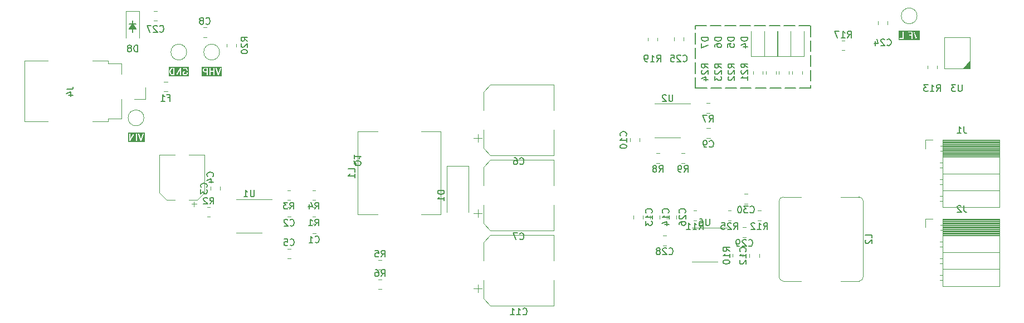
<source format=gbr>
%TF.GenerationSoftware,KiCad,Pcbnew,7.0.7*%
%TF.CreationDate,2024-04-09T00:53:37+02:00*%
%TF.ProjectId,vfd_display,7666645f-6469-4737-906c-61792e6b6963,rev?*%
%TF.SameCoordinates,Original*%
%TF.FileFunction,Legend,Bot*%
%TF.FilePolarity,Positive*%
%FSLAX46Y46*%
G04 Gerber Fmt 4.6, Leading zero omitted, Abs format (unit mm)*
G04 Created by KiCad (PCBNEW 7.0.7) date 2024-04-09 00:53:37*
%MOMM*%
%LPD*%
G01*
G04 APERTURE LIST*
%ADD10C,0.150000*%
%ADD11C,0.120000*%
G04 APERTURE END LIST*
D10*
X177500000Y-69500000D02*
X179150000Y-69500000D01*
X179750000Y-69500000D02*
X181400000Y-69500000D01*
X182000000Y-69500000D02*
X183650000Y-69500000D01*
X184250000Y-69500000D02*
X185900000Y-69500000D01*
X186500000Y-69500000D02*
X188150000Y-69500000D01*
X188750000Y-69500000D02*
X190400000Y-69500000D01*
X191000000Y-69500000D02*
X192650000Y-69500000D01*
X193250000Y-69500000D02*
X194900000Y-69500000D01*
X195000000Y-69500000D02*
X195000000Y-71150000D01*
X195000000Y-71750000D02*
X195000000Y-73400000D01*
X195000000Y-74000000D02*
X195000000Y-75650000D01*
X195000000Y-76250000D02*
X195000000Y-77900000D01*
X195000000Y-78500000D02*
X195000000Y-79000000D01*
X195000000Y-79000000D02*
X193350000Y-79000000D01*
X192750000Y-79000000D02*
X191100000Y-79000000D01*
X190500000Y-79000000D02*
X188850000Y-79000000D01*
X188250000Y-79000000D02*
X186600000Y-79000000D01*
X186000000Y-79000000D02*
X184350000Y-79000000D01*
X183750000Y-79000000D02*
X182100000Y-79000000D01*
X181500000Y-79000000D02*
X179850000Y-79000000D01*
X179250000Y-79000000D02*
X177600000Y-79000000D01*
X177500000Y-79000000D02*
X177500000Y-77350000D01*
X177500000Y-76750000D02*
X177500000Y-75100000D01*
X177500000Y-74500000D02*
X177500000Y-72850000D01*
X177500000Y-72250000D02*
X177500000Y-70600000D01*
X177500000Y-70000000D02*
X177500000Y-69500000D01*
X92000000Y-68750000D02*
X92000000Y-70500000D01*
X91500000Y-69250000D02*
X92500000Y-69250000D01*
X91500000Y-69250000D01*
X92500000Y-70000000D02*
X91500000Y-70000000D01*
X92000000Y-69250000D01*
X92500000Y-70000000D01*
G36*
X92500000Y-70000000D02*
G01*
X91500000Y-70000000D01*
X92000000Y-69250000D01*
X92500000Y-70000000D01*
G37*
G36*
X211618769Y-71672676D02*
G01*
X208378520Y-71672676D01*
X208378520Y-71441795D01*
X208521377Y-71441795D01*
X208530286Y-71492319D01*
X208569586Y-71525296D01*
X208595238Y-71529819D01*
X209071428Y-71529819D01*
X209089736Y-71523155D01*
X209108928Y-71519771D01*
X209113278Y-71514586D01*
X209119637Y-71512272D01*
X209129379Y-71495398D01*
X209141905Y-71480471D01*
X209143622Y-71470728D01*
X209145289Y-71467843D01*
X209144710Y-71464560D01*
X209146428Y-71454819D01*
X209472618Y-71454819D01*
X209490165Y-71503028D01*
X209534594Y-71528680D01*
X209585118Y-71519771D01*
X209618095Y-71480471D01*
X209622618Y-71454819D01*
X209622618Y-70454819D01*
X209617878Y-70441795D01*
X209854710Y-70441795D01*
X209863619Y-70492319D01*
X209902919Y-70525296D01*
X209928571Y-70529819D01*
X210329761Y-70529819D01*
X210329761Y-70856009D01*
X210071428Y-70856009D01*
X210023219Y-70873556D01*
X209997567Y-70917985D01*
X210006476Y-70968509D01*
X210045776Y-71001486D01*
X210071428Y-71006009D01*
X210329761Y-71006009D01*
X210329761Y-71454819D01*
X210347308Y-71503028D01*
X210391737Y-71528680D01*
X210442261Y-71519771D01*
X210475238Y-71480471D01*
X210479761Y-71454819D01*
X210479761Y-70454819D01*
X210479015Y-70452770D01*
X210663123Y-70452770D01*
X210666944Y-70478536D01*
X211000277Y-71478536D01*
X211001619Y-71480227D01*
X211001678Y-71482386D01*
X211017427Y-71500147D01*
X211032168Y-71518722D01*
X211034281Y-71519154D01*
X211035715Y-71520771D01*
X211059185Y-71524251D01*
X211082429Y-71529008D01*
X211084328Y-71527979D01*
X211086464Y-71528296D01*
X211106677Y-71515877D01*
X211127543Y-71504579D01*
X211128336Y-71502571D01*
X211130176Y-71501441D01*
X211142579Y-71478536D01*
X211475912Y-70478536D01*
X211474511Y-70427253D01*
X211440473Y-70388867D01*
X211389725Y-70381342D01*
X211346012Y-70408197D01*
X211333610Y-70431102D01*
X211071428Y-71217648D01*
X210809246Y-70431102D01*
X210777355Y-70390916D01*
X210727094Y-70380630D01*
X210681980Y-70405059D01*
X210663123Y-70452770D01*
X210479015Y-70452770D01*
X210473097Y-70436510D01*
X210469713Y-70417319D01*
X210464528Y-70412968D01*
X210462214Y-70406610D01*
X210445340Y-70396867D01*
X210430413Y-70384342D01*
X210420670Y-70382624D01*
X210417785Y-70380958D01*
X210414502Y-70381536D01*
X210404761Y-70379819D01*
X209928571Y-70379819D01*
X209880362Y-70397366D01*
X209854710Y-70441795D01*
X209617878Y-70441795D01*
X209605071Y-70406610D01*
X209560642Y-70380958D01*
X209510118Y-70389867D01*
X209477141Y-70429167D01*
X209472618Y-70454819D01*
X209472618Y-71454819D01*
X209146428Y-71454819D01*
X209146428Y-70454819D01*
X209128881Y-70406610D01*
X209084452Y-70380958D01*
X209033928Y-70389867D01*
X209000951Y-70429167D01*
X208996428Y-70454819D01*
X208996428Y-71379819D01*
X208595238Y-71379819D01*
X208547029Y-71397366D01*
X208521377Y-71441795D01*
X208378520Y-71441795D01*
X208378520Y-70236962D01*
X211618769Y-70236962D01*
X211618769Y-71672676D01*
G37*
X218011904Y-78454819D02*
X218011904Y-79264342D01*
X218011904Y-79264342D02*
X217964285Y-79359580D01*
X217964285Y-79359580D02*
X217916666Y-79407200D01*
X217916666Y-79407200D02*
X217821428Y-79454819D01*
X217821428Y-79454819D02*
X217630952Y-79454819D01*
X217630952Y-79454819D02*
X217535714Y-79407200D01*
X217535714Y-79407200D02*
X217488095Y-79359580D01*
X217488095Y-79359580D02*
X217440476Y-79264342D01*
X217440476Y-79264342D02*
X217440476Y-78454819D01*
X217059523Y-78454819D02*
X216440476Y-78454819D01*
X216440476Y-78454819D02*
X216773809Y-78835771D01*
X216773809Y-78835771D02*
X216630952Y-78835771D01*
X216630952Y-78835771D02*
X216535714Y-78883390D01*
X216535714Y-78883390D02*
X216488095Y-78931009D01*
X216488095Y-78931009D02*
X216440476Y-79026247D01*
X216440476Y-79026247D02*
X216440476Y-79264342D01*
X216440476Y-79264342D02*
X216488095Y-79359580D01*
X216488095Y-79359580D02*
X216535714Y-79407200D01*
X216535714Y-79407200D02*
X216630952Y-79454819D01*
X216630952Y-79454819D02*
X216916666Y-79454819D01*
X216916666Y-79454819D02*
X217011904Y-79407200D01*
X217011904Y-79407200D02*
X217059523Y-79359580D01*
X214142857Y-79454819D02*
X214476190Y-78978628D01*
X214714285Y-79454819D02*
X214714285Y-78454819D01*
X214714285Y-78454819D02*
X214333333Y-78454819D01*
X214333333Y-78454819D02*
X214238095Y-78502438D01*
X214238095Y-78502438D02*
X214190476Y-78550057D01*
X214190476Y-78550057D02*
X214142857Y-78645295D01*
X214142857Y-78645295D02*
X214142857Y-78788152D01*
X214142857Y-78788152D02*
X214190476Y-78883390D01*
X214190476Y-78883390D02*
X214238095Y-78931009D01*
X214238095Y-78931009D02*
X214333333Y-78978628D01*
X214333333Y-78978628D02*
X214714285Y-78978628D01*
X213190476Y-79454819D02*
X213761904Y-79454819D01*
X213476190Y-79454819D02*
X213476190Y-78454819D01*
X213476190Y-78454819D02*
X213571428Y-78597676D01*
X213571428Y-78597676D02*
X213666666Y-78692914D01*
X213666666Y-78692914D02*
X213761904Y-78740533D01*
X212857142Y-78454819D02*
X212238095Y-78454819D01*
X212238095Y-78454819D02*
X212571428Y-78835771D01*
X212571428Y-78835771D02*
X212428571Y-78835771D01*
X212428571Y-78835771D02*
X212333333Y-78883390D01*
X212333333Y-78883390D02*
X212285714Y-78931009D01*
X212285714Y-78931009D02*
X212238095Y-79026247D01*
X212238095Y-79026247D02*
X212238095Y-79264342D01*
X212238095Y-79264342D02*
X212285714Y-79359580D01*
X212285714Y-79359580D02*
X212333333Y-79407200D01*
X212333333Y-79407200D02*
X212428571Y-79454819D01*
X212428571Y-79454819D02*
X212714285Y-79454819D01*
X212714285Y-79454819D02*
X212809523Y-79407200D01*
X212809523Y-79407200D02*
X212857142Y-79359580D01*
G36*
X93809245Y-87172675D02*
G01*
X91329762Y-87172675D01*
X91329762Y-86954819D01*
X91472619Y-86954819D01*
X91474990Y-86961335D01*
X91473817Y-86968171D01*
X91483556Y-86984868D01*
X91490166Y-87003028D01*
X91496171Y-87006495D01*
X91499666Y-87012487D01*
X91517857Y-87019016D01*
X91534595Y-87028680D01*
X91541426Y-87027475D01*
X91547953Y-87029818D01*
X91566084Y-87023127D01*
X91585119Y-87019771D01*
X91589576Y-87014458D01*
X91596083Y-87012058D01*
X91612737Y-86992029D01*
X92044047Y-86237235D01*
X92044047Y-86954819D01*
X92061594Y-87003028D01*
X92106023Y-87028680D01*
X92156547Y-87019771D01*
X92189524Y-86980471D01*
X92194047Y-86954819D01*
X92520237Y-86954819D01*
X92537784Y-87003028D01*
X92582213Y-87028680D01*
X92632737Y-87019771D01*
X92665714Y-86980471D01*
X92670237Y-86954819D01*
X92670237Y-85954819D01*
X92669491Y-85952770D01*
X92853599Y-85952770D01*
X92857420Y-85978536D01*
X93190753Y-86978536D01*
X93192095Y-86980227D01*
X93192154Y-86982386D01*
X93207903Y-87000147D01*
X93222644Y-87018722D01*
X93224757Y-87019154D01*
X93226191Y-87020771D01*
X93249661Y-87024251D01*
X93272905Y-87029008D01*
X93274804Y-87027979D01*
X93276940Y-87028296D01*
X93297153Y-87015877D01*
X93318019Y-87004579D01*
X93318812Y-87002571D01*
X93320652Y-87001441D01*
X93333055Y-86978536D01*
X93666388Y-85978536D01*
X93664987Y-85927253D01*
X93630949Y-85888867D01*
X93580201Y-85881342D01*
X93536488Y-85908197D01*
X93524086Y-85931102D01*
X93261904Y-86717648D01*
X92999722Y-85931102D01*
X92967831Y-85890916D01*
X92917570Y-85880630D01*
X92872456Y-85905059D01*
X92853599Y-85952770D01*
X92669491Y-85952770D01*
X92652690Y-85906610D01*
X92608261Y-85880958D01*
X92557737Y-85889867D01*
X92524760Y-85929167D01*
X92520237Y-85954819D01*
X92520237Y-86954819D01*
X92194047Y-86954819D01*
X92194047Y-85954819D01*
X92191674Y-85948301D01*
X92192849Y-85941466D01*
X92183109Y-85924768D01*
X92176500Y-85906610D01*
X92170495Y-85903142D01*
X92167000Y-85897151D01*
X92148808Y-85890621D01*
X92132071Y-85880958D01*
X92125239Y-85882162D01*
X92118713Y-85879820D01*
X92100581Y-85886510D01*
X92081547Y-85889867D01*
X92077089Y-85895179D01*
X92070583Y-85897580D01*
X92053929Y-85917608D01*
X91622619Y-86672402D01*
X91622619Y-85954819D01*
X91605072Y-85906610D01*
X91560643Y-85880958D01*
X91510119Y-85889867D01*
X91477142Y-85929167D01*
X91472619Y-85954819D01*
X91472619Y-86954819D01*
X91329762Y-86954819D01*
X91329762Y-85736963D01*
X93809245Y-85736963D01*
X93809245Y-87172675D01*
G37*
G36*
X98163094Y-76879819D02*
G01*
X98012169Y-76879819D01*
X97897656Y-76841648D01*
X97823543Y-76767534D01*
X97785049Y-76690547D01*
X97741666Y-76517013D01*
X97741666Y-76392623D01*
X97785049Y-76219089D01*
X97823542Y-76142103D01*
X97897655Y-76067990D01*
X98012169Y-76029819D01*
X98163094Y-76029819D01*
X98163094Y-76879819D01*
G37*
G36*
X100551189Y-77172676D02*
G01*
X97448809Y-77172676D01*
X97448809Y-76526247D01*
X97591666Y-76526247D01*
X97592851Y-76529504D01*
X97593905Y-76544437D01*
X97641524Y-76734913D01*
X97643512Y-76737857D01*
X97647203Y-76750264D01*
X97694822Y-76845502D01*
X97696008Y-76846625D01*
X97708871Y-76864994D01*
X97804109Y-76960233D01*
X97808173Y-76962128D01*
X97810520Y-76965948D01*
X97833425Y-76978351D01*
X97976281Y-77025970D01*
X97977916Y-77025925D01*
X97999999Y-77029819D01*
X98238094Y-77029819D01*
X98256402Y-77023155D01*
X98275594Y-77019771D01*
X98279944Y-77014586D01*
X98286303Y-77012272D01*
X98296045Y-76995398D01*
X98308571Y-76980471D01*
X98310288Y-76970728D01*
X98311955Y-76967843D01*
X98311376Y-76964560D01*
X98313094Y-76954819D01*
X98639285Y-76954819D01*
X98641656Y-76961335D01*
X98640483Y-76968171D01*
X98650222Y-76984868D01*
X98656832Y-77003028D01*
X98662837Y-77006495D01*
X98666332Y-77012487D01*
X98684523Y-77019016D01*
X98701261Y-77028680D01*
X98708092Y-77027475D01*
X98714619Y-77029818D01*
X98732750Y-77023127D01*
X98751785Y-77019771D01*
X98756242Y-77014458D01*
X98762749Y-77012058D01*
X98779403Y-76992029D01*
X99210713Y-76237235D01*
X99210713Y-76954819D01*
X99228260Y-77003028D01*
X99272689Y-77028680D01*
X99323213Y-77019771D01*
X99356190Y-76980471D01*
X99360713Y-76954819D01*
X99360713Y-76859580D01*
X99639285Y-76859580D01*
X99644884Y-76874963D01*
X99646311Y-76891275D01*
X99655703Y-76904689D01*
X99656832Y-76907789D01*
X99658581Y-76908798D01*
X99661251Y-76912612D01*
X99708870Y-76960232D01*
X99712934Y-76962127D01*
X99715282Y-76965948D01*
X99738187Y-76978351D01*
X99881043Y-77025970D01*
X99882678Y-77025925D01*
X99904761Y-77029819D01*
X99999999Y-77029819D01*
X100001537Y-77029258D01*
X100023716Y-77025970D01*
X100166573Y-76978351D01*
X100170085Y-76975563D01*
X100174552Y-76975173D01*
X100195889Y-76960233D01*
X100291128Y-76864993D01*
X100291819Y-76863510D01*
X100305176Y-76845502D01*
X100352795Y-76750264D01*
X100353201Y-76746735D01*
X100358474Y-76734913D01*
X100406093Y-76544437D01*
X100405732Y-76540988D01*
X100408332Y-76526247D01*
X100408332Y-76383390D01*
X100407146Y-76380132D01*
X100406093Y-76365200D01*
X100358474Y-76174724D01*
X100356485Y-76171779D01*
X100352795Y-76159373D01*
X100305176Y-76064135D01*
X100303989Y-76063011D01*
X100291127Y-76044643D01*
X100195889Y-75949405D01*
X100191825Y-75947510D01*
X100189478Y-75943689D01*
X100166573Y-75931287D01*
X100023716Y-75883668D01*
X100022081Y-75883712D01*
X99999999Y-75879819D01*
X99857142Y-75879819D01*
X99852928Y-75881352D01*
X99848567Y-75880311D01*
X99823601Y-75887737D01*
X99728363Y-75935356D01*
X99693091Y-75972610D01*
X99690016Y-76023821D01*
X99720580Y-76065026D01*
X99770478Y-76076946D01*
X99795445Y-76069520D01*
X99874847Y-76029819D01*
X99987829Y-76029819D01*
X100102342Y-76067990D01*
X100176455Y-76142103D01*
X100214948Y-76219090D01*
X100258332Y-76392624D01*
X100258332Y-76517013D01*
X100214948Y-76690547D01*
X100176454Y-76767534D01*
X100102342Y-76841647D01*
X99987829Y-76879819D01*
X99916931Y-76879819D01*
X99802418Y-76841648D01*
X99789285Y-76828514D01*
X99789285Y-76601247D01*
X99904761Y-76601247D01*
X99952970Y-76583700D01*
X99978622Y-76539271D01*
X99969713Y-76488747D01*
X99930413Y-76455770D01*
X99904761Y-76451247D01*
X99714285Y-76451247D01*
X99695976Y-76457910D01*
X99676785Y-76461295D01*
X99672434Y-76466479D01*
X99666076Y-76468794D01*
X99656333Y-76485667D01*
X99643808Y-76500595D01*
X99642090Y-76510337D01*
X99640424Y-76513223D01*
X99641002Y-76516505D01*
X99639285Y-76526247D01*
X99639285Y-76859580D01*
X99360713Y-76859580D01*
X99360713Y-75954819D01*
X99358340Y-75948301D01*
X99359515Y-75941466D01*
X99349775Y-75924768D01*
X99343166Y-75906610D01*
X99337161Y-75903142D01*
X99333666Y-75897151D01*
X99315474Y-75890621D01*
X99298737Y-75880958D01*
X99291905Y-75882162D01*
X99285379Y-75879820D01*
X99267247Y-75886510D01*
X99248213Y-75889867D01*
X99243755Y-75895179D01*
X99237249Y-75897580D01*
X99220595Y-75917608D01*
X98789285Y-76672402D01*
X98789285Y-75954819D01*
X98771738Y-75906610D01*
X98727309Y-75880958D01*
X98676785Y-75889867D01*
X98643808Y-75929167D01*
X98639285Y-75954819D01*
X98639285Y-76954819D01*
X98313094Y-76954819D01*
X98313094Y-75954819D01*
X98306430Y-75936510D01*
X98303046Y-75917319D01*
X98297861Y-75912968D01*
X98295547Y-75906610D01*
X98278673Y-75896867D01*
X98263746Y-75884342D01*
X98254003Y-75882624D01*
X98251118Y-75880958D01*
X98247835Y-75881536D01*
X98238094Y-75879819D01*
X97999999Y-75879819D01*
X97998461Y-75880378D01*
X97976281Y-75883668D01*
X97833425Y-75931287D01*
X97829914Y-75934073D01*
X97825446Y-75934464D01*
X97804109Y-75949405D01*
X97708871Y-76044643D01*
X97708180Y-76046124D01*
X97694822Y-76064135D01*
X97647203Y-76159373D01*
X97646796Y-76162901D01*
X97641524Y-76174724D01*
X97593905Y-76365200D01*
X97594265Y-76368648D01*
X97591666Y-76383390D01*
X97591666Y-76526247D01*
X97448809Y-76526247D01*
X97448809Y-75736962D01*
X100551189Y-75736962D01*
X100551189Y-77172676D01*
G37*
G36*
X103234523Y-76403628D02*
G01*
X102946276Y-76403628D01*
X102877760Y-76369370D01*
X102847352Y-76338962D01*
X102813095Y-76270446D01*
X102813095Y-76163000D01*
X102847352Y-76094484D01*
X102877760Y-76064076D01*
X102946276Y-76029819D01*
X103234523Y-76029819D01*
X103234523Y-76403628D01*
G37*
G36*
X105571150Y-77171865D02*
G01*
X102520238Y-77171865D01*
X102520238Y-76288152D01*
X102663095Y-76288152D01*
X102664628Y-76292365D01*
X102663587Y-76296726D01*
X102671013Y-76321693D01*
X102718632Y-76416931D01*
X102719821Y-76418056D01*
X102732681Y-76436423D01*
X102780300Y-76484042D01*
X102781781Y-76484733D01*
X102799792Y-76498091D01*
X102895030Y-76545710D01*
X102899483Y-76546222D01*
X102902919Y-76549105D01*
X102928571Y-76553628D01*
X103234523Y-76553628D01*
X103234523Y-76954819D01*
X103252070Y-77003028D01*
X103296499Y-77028680D01*
X103347023Y-77019771D01*
X103380000Y-76980471D01*
X103384523Y-76954819D01*
X103710714Y-76954819D01*
X103728261Y-77003028D01*
X103772690Y-77028680D01*
X103823214Y-77019771D01*
X103856191Y-76980471D01*
X103860714Y-76954819D01*
X103860714Y-76506009D01*
X104282142Y-76506009D01*
X104282142Y-76954819D01*
X104299689Y-77003028D01*
X104344118Y-77028680D01*
X104394642Y-77019771D01*
X104427619Y-76980471D01*
X104432142Y-76954819D01*
X104432142Y-75954819D01*
X104431396Y-75952770D01*
X104615504Y-75952770D01*
X104619325Y-75978536D01*
X104952658Y-76978536D01*
X104954000Y-76980227D01*
X104954059Y-76982386D01*
X104969808Y-77000147D01*
X104984549Y-77018722D01*
X104986662Y-77019154D01*
X104988096Y-77020771D01*
X105011566Y-77024251D01*
X105034810Y-77029008D01*
X105036709Y-77027979D01*
X105038845Y-77028296D01*
X105059058Y-77015877D01*
X105079924Y-77004579D01*
X105080717Y-77002571D01*
X105082557Y-77001441D01*
X105094960Y-76978536D01*
X105428293Y-75978536D01*
X105426892Y-75927253D01*
X105392854Y-75888867D01*
X105342106Y-75881342D01*
X105298393Y-75908197D01*
X105285991Y-75931102D01*
X105023809Y-76717648D01*
X104761627Y-75931102D01*
X104729736Y-75890916D01*
X104679475Y-75880630D01*
X104634361Y-75905059D01*
X104615504Y-75952770D01*
X104431396Y-75952770D01*
X104414595Y-75906610D01*
X104370166Y-75880958D01*
X104319642Y-75889867D01*
X104286665Y-75929167D01*
X104282142Y-75954819D01*
X104282142Y-76356009D01*
X103860714Y-76356009D01*
X103860714Y-75954819D01*
X103843167Y-75906610D01*
X103798738Y-75880958D01*
X103748214Y-75889867D01*
X103715237Y-75929167D01*
X103710714Y-75954819D01*
X103710714Y-76954819D01*
X103384523Y-76954819D01*
X103384523Y-75954819D01*
X103377859Y-75936510D01*
X103374475Y-75917319D01*
X103369290Y-75912968D01*
X103366976Y-75906610D01*
X103350102Y-75896867D01*
X103335175Y-75884342D01*
X103325432Y-75882624D01*
X103322547Y-75880958D01*
X103319264Y-75881536D01*
X103309523Y-75879819D01*
X102928571Y-75879819D01*
X102924357Y-75881352D01*
X102919996Y-75880311D01*
X102895030Y-75887737D01*
X102799792Y-75935356D01*
X102798666Y-75936545D01*
X102780300Y-75949405D01*
X102732681Y-75997024D01*
X102731990Y-75998505D01*
X102718632Y-76016516D01*
X102671013Y-76111754D01*
X102670500Y-76116207D01*
X102667618Y-76119643D01*
X102663095Y-76145295D01*
X102663095Y-76288152D01*
X102520238Y-76288152D01*
X102520238Y-75736962D01*
X105571150Y-75736962D01*
X105571150Y-77171865D01*
G37*
X103129166Y-69179580D02*
X103176785Y-69227200D01*
X103176785Y-69227200D02*
X103319642Y-69274819D01*
X103319642Y-69274819D02*
X103414880Y-69274819D01*
X103414880Y-69274819D02*
X103557737Y-69227200D01*
X103557737Y-69227200D02*
X103652975Y-69131961D01*
X103652975Y-69131961D02*
X103700594Y-69036723D01*
X103700594Y-69036723D02*
X103748213Y-68846247D01*
X103748213Y-68846247D02*
X103748213Y-68703390D01*
X103748213Y-68703390D02*
X103700594Y-68512914D01*
X103700594Y-68512914D02*
X103652975Y-68417676D01*
X103652975Y-68417676D02*
X103557737Y-68322438D01*
X103557737Y-68322438D02*
X103414880Y-68274819D01*
X103414880Y-68274819D02*
X103319642Y-68274819D01*
X103319642Y-68274819D02*
X103176785Y-68322438D01*
X103176785Y-68322438D02*
X103129166Y-68370057D01*
X102557737Y-68703390D02*
X102652975Y-68655771D01*
X102652975Y-68655771D02*
X102700594Y-68608152D01*
X102700594Y-68608152D02*
X102748213Y-68512914D01*
X102748213Y-68512914D02*
X102748213Y-68465295D01*
X102748213Y-68465295D02*
X102700594Y-68370057D01*
X102700594Y-68370057D02*
X102652975Y-68322438D01*
X102652975Y-68322438D02*
X102557737Y-68274819D01*
X102557737Y-68274819D02*
X102367261Y-68274819D01*
X102367261Y-68274819D02*
X102272023Y-68322438D01*
X102272023Y-68322438D02*
X102224404Y-68370057D01*
X102224404Y-68370057D02*
X102176785Y-68465295D01*
X102176785Y-68465295D02*
X102176785Y-68512914D01*
X102176785Y-68512914D02*
X102224404Y-68608152D01*
X102224404Y-68608152D02*
X102272023Y-68655771D01*
X102272023Y-68655771D02*
X102367261Y-68703390D01*
X102367261Y-68703390D02*
X102557737Y-68703390D01*
X102557737Y-68703390D02*
X102652975Y-68751009D01*
X102652975Y-68751009D02*
X102700594Y-68798628D01*
X102700594Y-68798628D02*
X102748213Y-68893866D01*
X102748213Y-68893866D02*
X102748213Y-69084342D01*
X102748213Y-69084342D02*
X102700594Y-69179580D01*
X102700594Y-69179580D02*
X102652975Y-69227200D01*
X102652975Y-69227200D02*
X102557737Y-69274819D01*
X102557737Y-69274819D02*
X102367261Y-69274819D01*
X102367261Y-69274819D02*
X102272023Y-69227200D01*
X102272023Y-69227200D02*
X102224404Y-69179580D01*
X102224404Y-69179580D02*
X102176785Y-69084342D01*
X102176785Y-69084342D02*
X102176785Y-68893866D01*
X102176785Y-68893866D02*
X102224404Y-68798628D01*
X102224404Y-68798628D02*
X102272023Y-68751009D01*
X102272023Y-68751009D02*
X102367261Y-68703390D01*
X175642857Y-74859580D02*
X175690476Y-74907200D01*
X175690476Y-74907200D02*
X175833333Y-74954819D01*
X175833333Y-74954819D02*
X175928571Y-74954819D01*
X175928571Y-74954819D02*
X176071428Y-74907200D01*
X176071428Y-74907200D02*
X176166666Y-74811961D01*
X176166666Y-74811961D02*
X176214285Y-74716723D01*
X176214285Y-74716723D02*
X176261904Y-74526247D01*
X176261904Y-74526247D02*
X176261904Y-74383390D01*
X176261904Y-74383390D02*
X176214285Y-74192914D01*
X176214285Y-74192914D02*
X176166666Y-74097676D01*
X176166666Y-74097676D02*
X176071428Y-74002438D01*
X176071428Y-74002438D02*
X175928571Y-73954819D01*
X175928571Y-73954819D02*
X175833333Y-73954819D01*
X175833333Y-73954819D02*
X175690476Y-74002438D01*
X175690476Y-74002438D02*
X175642857Y-74050057D01*
X175261904Y-74050057D02*
X175214285Y-74002438D01*
X175214285Y-74002438D02*
X175119047Y-73954819D01*
X175119047Y-73954819D02*
X174880952Y-73954819D01*
X174880952Y-73954819D02*
X174785714Y-74002438D01*
X174785714Y-74002438D02*
X174738095Y-74050057D01*
X174738095Y-74050057D02*
X174690476Y-74145295D01*
X174690476Y-74145295D02*
X174690476Y-74240533D01*
X174690476Y-74240533D02*
X174738095Y-74383390D01*
X174738095Y-74383390D02*
X175309523Y-74954819D01*
X175309523Y-74954819D02*
X174690476Y-74954819D01*
X173785714Y-73954819D02*
X174261904Y-73954819D01*
X174261904Y-73954819D02*
X174309523Y-74431009D01*
X174309523Y-74431009D02*
X174261904Y-74383390D01*
X174261904Y-74383390D02*
X174166666Y-74335771D01*
X174166666Y-74335771D02*
X173928571Y-74335771D01*
X173928571Y-74335771D02*
X173833333Y-74383390D01*
X173833333Y-74383390D02*
X173785714Y-74431009D01*
X173785714Y-74431009D02*
X173738095Y-74526247D01*
X173738095Y-74526247D02*
X173738095Y-74764342D01*
X173738095Y-74764342D02*
X173785714Y-74859580D01*
X173785714Y-74859580D02*
X173833333Y-74907200D01*
X173833333Y-74907200D02*
X173928571Y-74954819D01*
X173928571Y-74954819D02*
X174166666Y-74954819D01*
X174166666Y-74954819D02*
X174261904Y-74907200D01*
X174261904Y-74907200D02*
X174309523Y-74859580D01*
X206642857Y-72434580D02*
X206690476Y-72482200D01*
X206690476Y-72482200D02*
X206833333Y-72529819D01*
X206833333Y-72529819D02*
X206928571Y-72529819D01*
X206928571Y-72529819D02*
X207071428Y-72482200D01*
X207071428Y-72482200D02*
X207166666Y-72386961D01*
X207166666Y-72386961D02*
X207214285Y-72291723D01*
X207214285Y-72291723D02*
X207261904Y-72101247D01*
X207261904Y-72101247D02*
X207261904Y-71958390D01*
X207261904Y-71958390D02*
X207214285Y-71767914D01*
X207214285Y-71767914D02*
X207166666Y-71672676D01*
X207166666Y-71672676D02*
X207071428Y-71577438D01*
X207071428Y-71577438D02*
X206928571Y-71529819D01*
X206928571Y-71529819D02*
X206833333Y-71529819D01*
X206833333Y-71529819D02*
X206690476Y-71577438D01*
X206690476Y-71577438D02*
X206642857Y-71625057D01*
X206261904Y-71625057D02*
X206214285Y-71577438D01*
X206214285Y-71577438D02*
X206119047Y-71529819D01*
X206119047Y-71529819D02*
X205880952Y-71529819D01*
X205880952Y-71529819D02*
X205785714Y-71577438D01*
X205785714Y-71577438D02*
X205738095Y-71625057D01*
X205738095Y-71625057D02*
X205690476Y-71720295D01*
X205690476Y-71720295D02*
X205690476Y-71815533D01*
X205690476Y-71815533D02*
X205738095Y-71958390D01*
X205738095Y-71958390D02*
X206309523Y-72529819D01*
X206309523Y-72529819D02*
X205690476Y-72529819D01*
X204833333Y-71863152D02*
X204833333Y-72529819D01*
X205071428Y-71482200D02*
X205309523Y-72196485D01*
X205309523Y-72196485D02*
X204690476Y-72196485D01*
X181454819Y-71261905D02*
X180454819Y-71261905D01*
X180454819Y-71261905D02*
X180454819Y-71500000D01*
X180454819Y-71500000D02*
X180502438Y-71642857D01*
X180502438Y-71642857D02*
X180597676Y-71738095D01*
X180597676Y-71738095D02*
X180692914Y-71785714D01*
X180692914Y-71785714D02*
X180883390Y-71833333D01*
X180883390Y-71833333D02*
X181026247Y-71833333D01*
X181026247Y-71833333D02*
X181216723Y-71785714D01*
X181216723Y-71785714D02*
X181311961Y-71738095D01*
X181311961Y-71738095D02*
X181407200Y-71642857D01*
X181407200Y-71642857D02*
X181454819Y-71500000D01*
X181454819Y-71500000D02*
X181454819Y-71261905D01*
X180454819Y-72690476D02*
X180454819Y-72500000D01*
X180454819Y-72500000D02*
X180502438Y-72404762D01*
X180502438Y-72404762D02*
X180550057Y-72357143D01*
X180550057Y-72357143D02*
X180692914Y-72261905D01*
X180692914Y-72261905D02*
X180883390Y-72214286D01*
X180883390Y-72214286D02*
X181264342Y-72214286D01*
X181264342Y-72214286D02*
X181359580Y-72261905D01*
X181359580Y-72261905D02*
X181407200Y-72309524D01*
X181407200Y-72309524D02*
X181454819Y-72404762D01*
X181454819Y-72404762D02*
X181454819Y-72595238D01*
X181454819Y-72595238D02*
X181407200Y-72690476D01*
X181407200Y-72690476D02*
X181359580Y-72738095D01*
X181359580Y-72738095D02*
X181264342Y-72785714D01*
X181264342Y-72785714D02*
X181026247Y-72785714D01*
X181026247Y-72785714D02*
X180931009Y-72738095D01*
X180931009Y-72738095D02*
X180883390Y-72690476D01*
X180883390Y-72690476D02*
X180835771Y-72595238D01*
X180835771Y-72595238D02*
X180835771Y-72404762D01*
X180835771Y-72404762D02*
X180883390Y-72309524D01*
X180883390Y-72309524D02*
X180931009Y-72261905D01*
X180931009Y-72261905D02*
X181026247Y-72214286D01*
X173495357Y-104194580D02*
X173542976Y-104242200D01*
X173542976Y-104242200D02*
X173685833Y-104289819D01*
X173685833Y-104289819D02*
X173781071Y-104289819D01*
X173781071Y-104289819D02*
X173923928Y-104242200D01*
X173923928Y-104242200D02*
X174019166Y-104146961D01*
X174019166Y-104146961D02*
X174066785Y-104051723D01*
X174066785Y-104051723D02*
X174114404Y-103861247D01*
X174114404Y-103861247D02*
X174114404Y-103718390D01*
X174114404Y-103718390D02*
X174066785Y-103527914D01*
X174066785Y-103527914D02*
X174019166Y-103432676D01*
X174019166Y-103432676D02*
X173923928Y-103337438D01*
X173923928Y-103337438D02*
X173781071Y-103289819D01*
X173781071Y-103289819D02*
X173685833Y-103289819D01*
X173685833Y-103289819D02*
X173542976Y-103337438D01*
X173542976Y-103337438D02*
X173495357Y-103385057D01*
X173114404Y-103385057D02*
X173066785Y-103337438D01*
X173066785Y-103337438D02*
X172971547Y-103289819D01*
X172971547Y-103289819D02*
X172733452Y-103289819D01*
X172733452Y-103289819D02*
X172638214Y-103337438D01*
X172638214Y-103337438D02*
X172590595Y-103385057D01*
X172590595Y-103385057D02*
X172542976Y-103480295D01*
X172542976Y-103480295D02*
X172542976Y-103575533D01*
X172542976Y-103575533D02*
X172590595Y-103718390D01*
X172590595Y-103718390D02*
X173162023Y-104289819D01*
X173162023Y-104289819D02*
X172542976Y-104289819D01*
X171971547Y-103718390D02*
X172066785Y-103670771D01*
X172066785Y-103670771D02*
X172114404Y-103623152D01*
X172114404Y-103623152D02*
X172162023Y-103527914D01*
X172162023Y-103527914D02*
X172162023Y-103480295D01*
X172162023Y-103480295D02*
X172114404Y-103385057D01*
X172114404Y-103385057D02*
X172066785Y-103337438D01*
X172066785Y-103337438D02*
X171971547Y-103289819D01*
X171971547Y-103289819D02*
X171781071Y-103289819D01*
X171781071Y-103289819D02*
X171685833Y-103337438D01*
X171685833Y-103337438D02*
X171638214Y-103385057D01*
X171638214Y-103385057D02*
X171590595Y-103480295D01*
X171590595Y-103480295D02*
X171590595Y-103527914D01*
X171590595Y-103527914D02*
X171638214Y-103623152D01*
X171638214Y-103623152D02*
X171685833Y-103670771D01*
X171685833Y-103670771D02*
X171781071Y-103718390D01*
X171781071Y-103718390D02*
X171971547Y-103718390D01*
X171971547Y-103718390D02*
X172066785Y-103766009D01*
X172066785Y-103766009D02*
X172114404Y-103813628D01*
X172114404Y-103813628D02*
X172162023Y-103908866D01*
X172162023Y-103908866D02*
X172162023Y-104099342D01*
X172162023Y-104099342D02*
X172114404Y-104194580D01*
X172114404Y-104194580D02*
X172066785Y-104242200D01*
X172066785Y-104242200D02*
X171971547Y-104289819D01*
X171971547Y-104289819D02*
X171781071Y-104289819D01*
X171781071Y-104289819D02*
X171685833Y-104242200D01*
X171685833Y-104242200D02*
X171638214Y-104194580D01*
X171638214Y-104194580D02*
X171590595Y-104099342D01*
X171590595Y-104099342D02*
X171590595Y-103908866D01*
X171590595Y-103908866D02*
X171638214Y-103813628D01*
X171638214Y-103813628D02*
X171685833Y-103766009D01*
X171685833Y-103766009D02*
X171781071Y-103718390D01*
X171642857Y-74954819D02*
X171976190Y-74478628D01*
X172214285Y-74954819D02*
X172214285Y-73954819D01*
X172214285Y-73954819D02*
X171833333Y-73954819D01*
X171833333Y-73954819D02*
X171738095Y-74002438D01*
X171738095Y-74002438D02*
X171690476Y-74050057D01*
X171690476Y-74050057D02*
X171642857Y-74145295D01*
X171642857Y-74145295D02*
X171642857Y-74288152D01*
X171642857Y-74288152D02*
X171690476Y-74383390D01*
X171690476Y-74383390D02*
X171738095Y-74431009D01*
X171738095Y-74431009D02*
X171833333Y-74478628D01*
X171833333Y-74478628D02*
X172214285Y-74478628D01*
X170690476Y-74954819D02*
X171261904Y-74954819D01*
X170976190Y-74954819D02*
X170976190Y-73954819D01*
X170976190Y-73954819D02*
X171071428Y-74097676D01*
X171071428Y-74097676D02*
X171166666Y-74192914D01*
X171166666Y-74192914D02*
X171261904Y-74240533D01*
X170214285Y-74954819D02*
X170023809Y-74954819D01*
X170023809Y-74954819D02*
X169928571Y-74907200D01*
X169928571Y-74907200D02*
X169880952Y-74859580D01*
X169880952Y-74859580D02*
X169785714Y-74716723D01*
X169785714Y-74716723D02*
X169738095Y-74526247D01*
X169738095Y-74526247D02*
X169738095Y-74145295D01*
X169738095Y-74145295D02*
X169785714Y-74050057D01*
X169785714Y-74050057D02*
X169833333Y-74002438D01*
X169833333Y-74002438D02*
X169928571Y-73954819D01*
X169928571Y-73954819D02*
X170119047Y-73954819D01*
X170119047Y-73954819D02*
X170214285Y-74002438D01*
X170214285Y-74002438D02*
X170261904Y-74050057D01*
X170261904Y-74050057D02*
X170309523Y-74145295D01*
X170309523Y-74145295D02*
X170309523Y-74383390D01*
X170309523Y-74383390D02*
X170261904Y-74478628D01*
X170261904Y-74478628D02*
X170214285Y-74526247D01*
X170214285Y-74526247D02*
X170119047Y-74573866D01*
X170119047Y-74573866D02*
X169928571Y-74573866D01*
X169928571Y-74573866D02*
X169833333Y-74526247D01*
X169833333Y-74526247D02*
X169785714Y-74478628D01*
X169785714Y-74478628D02*
X169738095Y-74383390D01*
X109454819Y-71817142D02*
X108978628Y-71483809D01*
X109454819Y-71245714D02*
X108454819Y-71245714D01*
X108454819Y-71245714D02*
X108454819Y-71626666D01*
X108454819Y-71626666D02*
X108502438Y-71721904D01*
X108502438Y-71721904D02*
X108550057Y-71769523D01*
X108550057Y-71769523D02*
X108645295Y-71817142D01*
X108645295Y-71817142D02*
X108788152Y-71817142D01*
X108788152Y-71817142D02*
X108883390Y-71769523D01*
X108883390Y-71769523D02*
X108931009Y-71721904D01*
X108931009Y-71721904D02*
X108978628Y-71626666D01*
X108978628Y-71626666D02*
X108978628Y-71245714D01*
X108550057Y-72198095D02*
X108502438Y-72245714D01*
X108502438Y-72245714D02*
X108454819Y-72340952D01*
X108454819Y-72340952D02*
X108454819Y-72579047D01*
X108454819Y-72579047D02*
X108502438Y-72674285D01*
X108502438Y-72674285D02*
X108550057Y-72721904D01*
X108550057Y-72721904D02*
X108645295Y-72769523D01*
X108645295Y-72769523D02*
X108740533Y-72769523D01*
X108740533Y-72769523D02*
X108883390Y-72721904D01*
X108883390Y-72721904D02*
X109454819Y-72150476D01*
X109454819Y-72150476D02*
X109454819Y-72769523D01*
X108454819Y-73388571D02*
X108454819Y-73483809D01*
X108454819Y-73483809D02*
X108502438Y-73579047D01*
X108502438Y-73579047D02*
X108550057Y-73626666D01*
X108550057Y-73626666D02*
X108645295Y-73674285D01*
X108645295Y-73674285D02*
X108835771Y-73721904D01*
X108835771Y-73721904D02*
X109073866Y-73721904D01*
X109073866Y-73721904D02*
X109264342Y-73674285D01*
X109264342Y-73674285D02*
X109359580Y-73626666D01*
X109359580Y-73626666D02*
X109407200Y-73579047D01*
X109407200Y-73579047D02*
X109454819Y-73483809D01*
X109454819Y-73483809D02*
X109454819Y-73388571D01*
X109454819Y-73388571D02*
X109407200Y-73293333D01*
X109407200Y-73293333D02*
X109359580Y-73245714D01*
X109359580Y-73245714D02*
X109264342Y-73198095D01*
X109264342Y-73198095D02*
X109073866Y-73150476D01*
X109073866Y-73150476D02*
X108835771Y-73150476D01*
X108835771Y-73150476D02*
X108645295Y-73198095D01*
X108645295Y-73198095D02*
X108550057Y-73245714D01*
X108550057Y-73245714D02*
X108502438Y-73293333D01*
X108502438Y-73293333D02*
X108454819Y-73388571D01*
X182724819Y-103782142D02*
X182248628Y-103448809D01*
X182724819Y-103210714D02*
X181724819Y-103210714D01*
X181724819Y-103210714D02*
X181724819Y-103591666D01*
X181724819Y-103591666D02*
X181772438Y-103686904D01*
X181772438Y-103686904D02*
X181820057Y-103734523D01*
X181820057Y-103734523D02*
X181915295Y-103782142D01*
X181915295Y-103782142D02*
X182058152Y-103782142D01*
X182058152Y-103782142D02*
X182153390Y-103734523D01*
X182153390Y-103734523D02*
X182201009Y-103686904D01*
X182201009Y-103686904D02*
X182248628Y-103591666D01*
X182248628Y-103591666D02*
X182248628Y-103210714D01*
X182724819Y-104734523D02*
X182724819Y-104163095D01*
X182724819Y-104448809D02*
X181724819Y-104448809D01*
X181724819Y-104448809D02*
X181867676Y-104353571D01*
X181867676Y-104353571D02*
X181962914Y-104258333D01*
X181962914Y-104258333D02*
X182010533Y-104163095D01*
X181724819Y-105353571D02*
X181724819Y-105448809D01*
X181724819Y-105448809D02*
X181772438Y-105544047D01*
X181772438Y-105544047D02*
X181820057Y-105591666D01*
X181820057Y-105591666D02*
X181915295Y-105639285D01*
X181915295Y-105639285D02*
X182105771Y-105686904D01*
X182105771Y-105686904D02*
X182343866Y-105686904D01*
X182343866Y-105686904D02*
X182534342Y-105639285D01*
X182534342Y-105639285D02*
X182629580Y-105591666D01*
X182629580Y-105591666D02*
X182677200Y-105544047D01*
X182677200Y-105544047D02*
X182724819Y-105448809D01*
X182724819Y-105448809D02*
X182724819Y-105353571D01*
X182724819Y-105353571D02*
X182677200Y-105258333D01*
X182677200Y-105258333D02*
X182629580Y-105210714D01*
X182629580Y-105210714D02*
X182534342Y-105163095D01*
X182534342Y-105163095D02*
X182343866Y-105115476D01*
X182343866Y-105115476D02*
X182105771Y-105115476D01*
X182105771Y-105115476D02*
X181915295Y-105163095D01*
X181915295Y-105163095D02*
X181820057Y-105210714D01*
X181820057Y-105210714D02*
X181772438Y-105258333D01*
X181772438Y-105258333D02*
X181724819Y-105353571D01*
X104189580Y-92393333D02*
X104237200Y-92345714D01*
X104237200Y-92345714D02*
X104284819Y-92202857D01*
X104284819Y-92202857D02*
X104284819Y-92107619D01*
X104284819Y-92107619D02*
X104237200Y-91964762D01*
X104237200Y-91964762D02*
X104141961Y-91869524D01*
X104141961Y-91869524D02*
X104046723Y-91821905D01*
X104046723Y-91821905D02*
X103856247Y-91774286D01*
X103856247Y-91774286D02*
X103713390Y-91774286D01*
X103713390Y-91774286D02*
X103522914Y-91821905D01*
X103522914Y-91821905D02*
X103427676Y-91869524D01*
X103427676Y-91869524D02*
X103332438Y-91964762D01*
X103332438Y-91964762D02*
X103284819Y-92107619D01*
X103284819Y-92107619D02*
X103284819Y-92202857D01*
X103284819Y-92202857D02*
X103332438Y-92345714D01*
X103332438Y-92345714D02*
X103380057Y-92393333D01*
X103618152Y-93250476D02*
X104284819Y-93250476D01*
X103237200Y-93012381D02*
X103951485Y-92774286D01*
X103951485Y-92774286D02*
X103951485Y-93393333D01*
X125599942Y-90021238D02*
X125647561Y-90116476D01*
X125647561Y-90116476D02*
X125742800Y-90211714D01*
X125742800Y-90211714D02*
X125885657Y-90354571D01*
X125885657Y-90354571D02*
X125933276Y-90449809D01*
X125933276Y-90449809D02*
X125933276Y-90545047D01*
X125695180Y-90497428D02*
X125742800Y-90592666D01*
X125742800Y-90592666D02*
X125838038Y-90687904D01*
X125838038Y-90687904D02*
X126028514Y-90735523D01*
X126028514Y-90735523D02*
X126361847Y-90735523D01*
X126361847Y-90735523D02*
X126552323Y-90687904D01*
X126552323Y-90687904D02*
X126647561Y-90592666D01*
X126647561Y-90592666D02*
X126695180Y-90497428D01*
X126695180Y-90497428D02*
X126695180Y-90306952D01*
X126695180Y-90306952D02*
X126647561Y-90211714D01*
X126647561Y-90211714D02*
X126552323Y-90116476D01*
X126552323Y-90116476D02*
X126361847Y-90068857D01*
X126361847Y-90068857D02*
X126028514Y-90068857D01*
X126028514Y-90068857D02*
X125838038Y-90116476D01*
X125838038Y-90116476D02*
X125742800Y-90211714D01*
X125742800Y-90211714D02*
X125695180Y-90306952D01*
X125695180Y-90306952D02*
X125695180Y-90497428D01*
X125695180Y-89116476D02*
X125695180Y-89687904D01*
X125695180Y-89402190D02*
X126695180Y-89402190D01*
X126695180Y-89402190D02*
X126552323Y-89497428D01*
X126552323Y-89497428D02*
X126457085Y-89592666D01*
X126457085Y-89592666D02*
X126409466Y-89687904D01*
X204324819Y-101758333D02*
X204324819Y-101282143D01*
X204324819Y-101282143D02*
X203324819Y-101282143D01*
X203420057Y-102044048D02*
X203372438Y-102091667D01*
X203372438Y-102091667D02*
X203324819Y-102186905D01*
X203324819Y-102186905D02*
X203324819Y-102425000D01*
X203324819Y-102425000D02*
X203372438Y-102520238D01*
X203372438Y-102520238D02*
X203420057Y-102567857D01*
X203420057Y-102567857D02*
X203515295Y-102615476D01*
X203515295Y-102615476D02*
X203610533Y-102615476D01*
X203610533Y-102615476D02*
X203753390Y-102567857D01*
X203753390Y-102567857D02*
X204324819Y-101996429D01*
X204324819Y-101996429D02*
X204324819Y-102615476D01*
X200642857Y-71304819D02*
X200976190Y-70828628D01*
X201214285Y-71304819D02*
X201214285Y-70304819D01*
X201214285Y-70304819D02*
X200833333Y-70304819D01*
X200833333Y-70304819D02*
X200738095Y-70352438D01*
X200738095Y-70352438D02*
X200690476Y-70400057D01*
X200690476Y-70400057D02*
X200642857Y-70495295D01*
X200642857Y-70495295D02*
X200642857Y-70638152D01*
X200642857Y-70638152D02*
X200690476Y-70733390D01*
X200690476Y-70733390D02*
X200738095Y-70781009D01*
X200738095Y-70781009D02*
X200833333Y-70828628D01*
X200833333Y-70828628D02*
X201214285Y-70828628D01*
X199690476Y-71304819D02*
X200261904Y-71304819D01*
X199976190Y-71304819D02*
X199976190Y-70304819D01*
X199976190Y-70304819D02*
X200071428Y-70447676D01*
X200071428Y-70447676D02*
X200166666Y-70542914D01*
X200166666Y-70542914D02*
X200261904Y-70590533D01*
X199357142Y-70304819D02*
X198690476Y-70304819D01*
X198690476Y-70304819D02*
X199119047Y-71304819D01*
X171991666Y-91739819D02*
X172324999Y-91263628D01*
X172563094Y-91739819D02*
X172563094Y-90739819D01*
X172563094Y-90739819D02*
X172182142Y-90739819D01*
X172182142Y-90739819D02*
X172086904Y-90787438D01*
X172086904Y-90787438D02*
X172039285Y-90835057D01*
X172039285Y-90835057D02*
X171991666Y-90930295D01*
X171991666Y-90930295D02*
X171991666Y-91073152D01*
X171991666Y-91073152D02*
X172039285Y-91168390D01*
X172039285Y-91168390D02*
X172086904Y-91216009D01*
X172086904Y-91216009D02*
X172182142Y-91263628D01*
X172182142Y-91263628D02*
X172563094Y-91263628D01*
X171420237Y-91168390D02*
X171515475Y-91120771D01*
X171515475Y-91120771D02*
X171563094Y-91073152D01*
X171563094Y-91073152D02*
X171610713Y-90977914D01*
X171610713Y-90977914D02*
X171610713Y-90930295D01*
X171610713Y-90930295D02*
X171563094Y-90835057D01*
X171563094Y-90835057D02*
X171515475Y-90787438D01*
X171515475Y-90787438D02*
X171420237Y-90739819D01*
X171420237Y-90739819D02*
X171229761Y-90739819D01*
X171229761Y-90739819D02*
X171134523Y-90787438D01*
X171134523Y-90787438D02*
X171086904Y-90835057D01*
X171086904Y-90835057D02*
X171039285Y-90930295D01*
X171039285Y-90930295D02*
X171039285Y-90977914D01*
X171039285Y-90977914D02*
X171086904Y-91073152D01*
X171086904Y-91073152D02*
X171134523Y-91120771D01*
X171134523Y-91120771D02*
X171229761Y-91168390D01*
X171229761Y-91168390D02*
X171420237Y-91168390D01*
X171420237Y-91168390D02*
X171515475Y-91216009D01*
X171515475Y-91216009D02*
X171563094Y-91263628D01*
X171563094Y-91263628D02*
X171610713Y-91358866D01*
X171610713Y-91358866D02*
X171610713Y-91549342D01*
X171610713Y-91549342D02*
X171563094Y-91644580D01*
X171563094Y-91644580D02*
X171515475Y-91692200D01*
X171515475Y-91692200D02*
X171420237Y-91739819D01*
X171420237Y-91739819D02*
X171229761Y-91739819D01*
X171229761Y-91739819D02*
X171134523Y-91692200D01*
X171134523Y-91692200D02*
X171086904Y-91644580D01*
X171086904Y-91644580D02*
X171039285Y-91549342D01*
X171039285Y-91549342D02*
X171039285Y-91358866D01*
X171039285Y-91358866D02*
X171086904Y-91263628D01*
X171086904Y-91263628D02*
X171134523Y-91216009D01*
X171134523Y-91216009D02*
X171229761Y-91168390D01*
X181454819Y-75910142D02*
X180978628Y-75576809D01*
X181454819Y-75338714D02*
X180454819Y-75338714D01*
X180454819Y-75338714D02*
X180454819Y-75719666D01*
X180454819Y-75719666D02*
X180502438Y-75814904D01*
X180502438Y-75814904D02*
X180550057Y-75862523D01*
X180550057Y-75862523D02*
X180645295Y-75910142D01*
X180645295Y-75910142D02*
X180788152Y-75910142D01*
X180788152Y-75910142D02*
X180883390Y-75862523D01*
X180883390Y-75862523D02*
X180931009Y-75814904D01*
X180931009Y-75814904D02*
X180978628Y-75719666D01*
X180978628Y-75719666D02*
X180978628Y-75338714D01*
X180550057Y-76291095D02*
X180502438Y-76338714D01*
X180502438Y-76338714D02*
X180454819Y-76433952D01*
X180454819Y-76433952D02*
X180454819Y-76672047D01*
X180454819Y-76672047D02*
X180502438Y-76767285D01*
X180502438Y-76767285D02*
X180550057Y-76814904D01*
X180550057Y-76814904D02*
X180645295Y-76862523D01*
X180645295Y-76862523D02*
X180740533Y-76862523D01*
X180740533Y-76862523D02*
X180883390Y-76814904D01*
X180883390Y-76814904D02*
X181454819Y-76243476D01*
X181454819Y-76243476D02*
X181454819Y-76862523D01*
X180454819Y-77195857D02*
X180454819Y-77814904D01*
X180454819Y-77814904D02*
X180835771Y-77481571D01*
X180835771Y-77481571D02*
X180835771Y-77624428D01*
X180835771Y-77624428D02*
X180883390Y-77719666D01*
X180883390Y-77719666D02*
X180931009Y-77767285D01*
X180931009Y-77767285D02*
X181026247Y-77814904D01*
X181026247Y-77814904D02*
X181264342Y-77814904D01*
X181264342Y-77814904D02*
X181359580Y-77767285D01*
X181359580Y-77767285D02*
X181407200Y-77719666D01*
X181407200Y-77719666D02*
X181454819Y-77624428D01*
X181454819Y-77624428D02*
X181454819Y-77338714D01*
X181454819Y-77338714D02*
X181407200Y-77243476D01*
X181407200Y-77243476D02*
X181359580Y-77195857D01*
X179454819Y-75910142D02*
X178978628Y-75576809D01*
X179454819Y-75338714D02*
X178454819Y-75338714D01*
X178454819Y-75338714D02*
X178454819Y-75719666D01*
X178454819Y-75719666D02*
X178502438Y-75814904D01*
X178502438Y-75814904D02*
X178550057Y-75862523D01*
X178550057Y-75862523D02*
X178645295Y-75910142D01*
X178645295Y-75910142D02*
X178788152Y-75910142D01*
X178788152Y-75910142D02*
X178883390Y-75862523D01*
X178883390Y-75862523D02*
X178931009Y-75814904D01*
X178931009Y-75814904D02*
X178978628Y-75719666D01*
X178978628Y-75719666D02*
X178978628Y-75338714D01*
X178550057Y-76291095D02*
X178502438Y-76338714D01*
X178502438Y-76338714D02*
X178454819Y-76433952D01*
X178454819Y-76433952D02*
X178454819Y-76672047D01*
X178454819Y-76672047D02*
X178502438Y-76767285D01*
X178502438Y-76767285D02*
X178550057Y-76814904D01*
X178550057Y-76814904D02*
X178645295Y-76862523D01*
X178645295Y-76862523D02*
X178740533Y-76862523D01*
X178740533Y-76862523D02*
X178883390Y-76814904D01*
X178883390Y-76814904D02*
X179454819Y-76243476D01*
X179454819Y-76243476D02*
X179454819Y-76862523D01*
X178788152Y-77719666D02*
X179454819Y-77719666D01*
X178407200Y-77481571D02*
X179121485Y-77243476D01*
X179121485Y-77243476D02*
X179121485Y-77862523D01*
X92738094Y-73454819D02*
X92738094Y-72454819D01*
X92738094Y-72454819D02*
X92499999Y-72454819D01*
X92499999Y-72454819D02*
X92357142Y-72502438D01*
X92357142Y-72502438D02*
X92261904Y-72597676D01*
X92261904Y-72597676D02*
X92214285Y-72692914D01*
X92214285Y-72692914D02*
X92166666Y-72883390D01*
X92166666Y-72883390D02*
X92166666Y-73026247D01*
X92166666Y-73026247D02*
X92214285Y-73216723D01*
X92214285Y-73216723D02*
X92261904Y-73311961D01*
X92261904Y-73311961D02*
X92357142Y-73407200D01*
X92357142Y-73407200D02*
X92499999Y-73454819D01*
X92499999Y-73454819D02*
X92738094Y-73454819D01*
X91595237Y-72883390D02*
X91690475Y-72835771D01*
X91690475Y-72835771D02*
X91738094Y-72788152D01*
X91738094Y-72788152D02*
X91785713Y-72692914D01*
X91785713Y-72692914D02*
X91785713Y-72645295D01*
X91785713Y-72645295D02*
X91738094Y-72550057D01*
X91738094Y-72550057D02*
X91690475Y-72502438D01*
X91690475Y-72502438D02*
X91595237Y-72454819D01*
X91595237Y-72454819D02*
X91404761Y-72454819D01*
X91404761Y-72454819D02*
X91309523Y-72502438D01*
X91309523Y-72502438D02*
X91261904Y-72550057D01*
X91261904Y-72550057D02*
X91214285Y-72645295D01*
X91214285Y-72645295D02*
X91214285Y-72692914D01*
X91214285Y-72692914D02*
X91261904Y-72788152D01*
X91261904Y-72788152D02*
X91309523Y-72835771D01*
X91309523Y-72835771D02*
X91404761Y-72883390D01*
X91404761Y-72883390D02*
X91595237Y-72883390D01*
X91595237Y-72883390D02*
X91690475Y-72931009D01*
X91690475Y-72931009D02*
X91738094Y-72978628D01*
X91738094Y-72978628D02*
X91785713Y-73073866D01*
X91785713Y-73073866D02*
X91785713Y-73264342D01*
X91785713Y-73264342D02*
X91738094Y-73359580D01*
X91738094Y-73359580D02*
X91690475Y-73407200D01*
X91690475Y-73407200D02*
X91595237Y-73454819D01*
X91595237Y-73454819D02*
X91404761Y-73454819D01*
X91404761Y-73454819D02*
X91309523Y-73407200D01*
X91309523Y-73407200D02*
X91261904Y-73359580D01*
X91261904Y-73359580D02*
X91214285Y-73264342D01*
X91214285Y-73264342D02*
X91214285Y-73073866D01*
X91214285Y-73073866D02*
X91261904Y-72978628D01*
X91261904Y-72978628D02*
X91309523Y-72931009D01*
X91309523Y-72931009D02*
X91404761Y-72883390D01*
X115924166Y-102829580D02*
X115971785Y-102877200D01*
X115971785Y-102877200D02*
X116114642Y-102924819D01*
X116114642Y-102924819D02*
X116209880Y-102924819D01*
X116209880Y-102924819D02*
X116352737Y-102877200D01*
X116352737Y-102877200D02*
X116447975Y-102781961D01*
X116447975Y-102781961D02*
X116495594Y-102686723D01*
X116495594Y-102686723D02*
X116543213Y-102496247D01*
X116543213Y-102496247D02*
X116543213Y-102353390D01*
X116543213Y-102353390D02*
X116495594Y-102162914D01*
X116495594Y-102162914D02*
X116447975Y-102067676D01*
X116447975Y-102067676D02*
X116352737Y-101972438D01*
X116352737Y-101972438D02*
X116209880Y-101924819D01*
X116209880Y-101924819D02*
X116114642Y-101924819D01*
X116114642Y-101924819D02*
X115971785Y-101972438D01*
X115971785Y-101972438D02*
X115924166Y-102020057D01*
X115019404Y-101924819D02*
X115495594Y-101924819D01*
X115495594Y-101924819D02*
X115543213Y-102401009D01*
X115543213Y-102401009D02*
X115495594Y-102353390D01*
X115495594Y-102353390D02*
X115400356Y-102305771D01*
X115400356Y-102305771D02*
X115162261Y-102305771D01*
X115162261Y-102305771D02*
X115067023Y-102353390D01*
X115067023Y-102353390D02*
X115019404Y-102401009D01*
X115019404Y-102401009D02*
X114971785Y-102496247D01*
X114971785Y-102496247D02*
X114971785Y-102734342D01*
X114971785Y-102734342D02*
X115019404Y-102829580D01*
X115019404Y-102829580D02*
X115067023Y-102877200D01*
X115067023Y-102877200D02*
X115162261Y-102924819D01*
X115162261Y-102924819D02*
X115400356Y-102924819D01*
X115400356Y-102924819D02*
X115495594Y-102877200D01*
X115495594Y-102877200D02*
X115543213Y-102829580D01*
X179649166Y-87864580D02*
X179696785Y-87912200D01*
X179696785Y-87912200D02*
X179839642Y-87959819D01*
X179839642Y-87959819D02*
X179934880Y-87959819D01*
X179934880Y-87959819D02*
X180077737Y-87912200D01*
X180077737Y-87912200D02*
X180172975Y-87816961D01*
X180172975Y-87816961D02*
X180220594Y-87721723D01*
X180220594Y-87721723D02*
X180268213Y-87531247D01*
X180268213Y-87531247D02*
X180268213Y-87388390D01*
X180268213Y-87388390D02*
X180220594Y-87197914D01*
X180220594Y-87197914D02*
X180172975Y-87102676D01*
X180172975Y-87102676D02*
X180077737Y-87007438D01*
X180077737Y-87007438D02*
X179934880Y-86959819D01*
X179934880Y-86959819D02*
X179839642Y-86959819D01*
X179839642Y-86959819D02*
X179696785Y-87007438D01*
X179696785Y-87007438D02*
X179649166Y-87055057D01*
X179172975Y-87959819D02*
X178982499Y-87959819D01*
X178982499Y-87959819D02*
X178887261Y-87912200D01*
X178887261Y-87912200D02*
X178839642Y-87864580D01*
X178839642Y-87864580D02*
X178744404Y-87721723D01*
X178744404Y-87721723D02*
X178696785Y-87531247D01*
X178696785Y-87531247D02*
X178696785Y-87150295D01*
X178696785Y-87150295D02*
X178744404Y-87055057D01*
X178744404Y-87055057D02*
X178792023Y-87007438D01*
X178792023Y-87007438D02*
X178887261Y-86959819D01*
X178887261Y-86959819D02*
X179077737Y-86959819D01*
X179077737Y-86959819D02*
X179172975Y-87007438D01*
X179172975Y-87007438D02*
X179220594Y-87055057D01*
X179220594Y-87055057D02*
X179268213Y-87150295D01*
X179268213Y-87150295D02*
X179268213Y-87388390D01*
X179268213Y-87388390D02*
X179220594Y-87483628D01*
X179220594Y-87483628D02*
X179172975Y-87531247D01*
X179172975Y-87531247D02*
X179077737Y-87578866D01*
X179077737Y-87578866D02*
X178887261Y-87578866D01*
X178887261Y-87578866D02*
X178792023Y-87531247D01*
X178792023Y-87531247D02*
X178744404Y-87483628D01*
X178744404Y-87483628D02*
X178696785Y-87388390D01*
X119734166Y-102379580D02*
X119781785Y-102427200D01*
X119781785Y-102427200D02*
X119924642Y-102474819D01*
X119924642Y-102474819D02*
X120019880Y-102474819D01*
X120019880Y-102474819D02*
X120162737Y-102427200D01*
X120162737Y-102427200D02*
X120257975Y-102331961D01*
X120257975Y-102331961D02*
X120305594Y-102236723D01*
X120305594Y-102236723D02*
X120353213Y-102046247D01*
X120353213Y-102046247D02*
X120353213Y-101903390D01*
X120353213Y-101903390D02*
X120305594Y-101712914D01*
X120305594Y-101712914D02*
X120257975Y-101617676D01*
X120257975Y-101617676D02*
X120162737Y-101522438D01*
X120162737Y-101522438D02*
X120019880Y-101474819D01*
X120019880Y-101474819D02*
X119924642Y-101474819D01*
X119924642Y-101474819D02*
X119781785Y-101522438D01*
X119781785Y-101522438D02*
X119734166Y-101570057D01*
X118781785Y-102474819D02*
X119353213Y-102474819D01*
X119067499Y-102474819D02*
X119067499Y-101474819D01*
X119067499Y-101474819D02*
X119162737Y-101617676D01*
X119162737Y-101617676D02*
X119257975Y-101712914D01*
X119257975Y-101712914D02*
X119353213Y-101760533D01*
X179611666Y-84119819D02*
X179944999Y-83643628D01*
X180183094Y-84119819D02*
X180183094Y-83119819D01*
X180183094Y-83119819D02*
X179802142Y-83119819D01*
X179802142Y-83119819D02*
X179706904Y-83167438D01*
X179706904Y-83167438D02*
X179659285Y-83215057D01*
X179659285Y-83215057D02*
X179611666Y-83310295D01*
X179611666Y-83310295D02*
X179611666Y-83453152D01*
X179611666Y-83453152D02*
X179659285Y-83548390D01*
X179659285Y-83548390D02*
X179706904Y-83596009D01*
X179706904Y-83596009D02*
X179802142Y-83643628D01*
X179802142Y-83643628D02*
X180183094Y-83643628D01*
X179278332Y-83119819D02*
X178611666Y-83119819D01*
X178611666Y-83119819D02*
X179040237Y-84119819D01*
X179666904Y-98844819D02*
X179666904Y-99654342D01*
X179666904Y-99654342D02*
X179619285Y-99749580D01*
X179619285Y-99749580D02*
X179571666Y-99797200D01*
X179571666Y-99797200D02*
X179476428Y-99844819D01*
X179476428Y-99844819D02*
X179285952Y-99844819D01*
X179285952Y-99844819D02*
X179190714Y-99797200D01*
X179190714Y-99797200D02*
X179143095Y-99749580D01*
X179143095Y-99749580D02*
X179095476Y-99654342D01*
X179095476Y-99654342D02*
X179095476Y-98844819D01*
X178190714Y-98844819D02*
X178381190Y-98844819D01*
X178381190Y-98844819D02*
X178476428Y-98892438D01*
X178476428Y-98892438D02*
X178524047Y-98940057D01*
X178524047Y-98940057D02*
X178619285Y-99082914D01*
X178619285Y-99082914D02*
X178666904Y-99273390D01*
X178666904Y-99273390D02*
X178666904Y-99654342D01*
X178666904Y-99654342D02*
X178619285Y-99749580D01*
X178619285Y-99749580D02*
X178571666Y-99797200D01*
X178571666Y-99797200D02*
X178476428Y-99844819D01*
X178476428Y-99844819D02*
X178285952Y-99844819D01*
X178285952Y-99844819D02*
X178190714Y-99797200D01*
X178190714Y-99797200D02*
X178143095Y-99749580D01*
X178143095Y-99749580D02*
X178095476Y-99654342D01*
X178095476Y-99654342D02*
X178095476Y-99416247D01*
X178095476Y-99416247D02*
X178143095Y-99321009D01*
X178143095Y-99321009D02*
X178190714Y-99273390D01*
X178190714Y-99273390D02*
X178285952Y-99225771D01*
X178285952Y-99225771D02*
X178476428Y-99225771D01*
X178476428Y-99225771D02*
X178571666Y-99273390D01*
X178571666Y-99273390D02*
X178619285Y-99321009D01*
X178619285Y-99321009D02*
X178666904Y-99416247D01*
X183454819Y-75910142D02*
X182978628Y-75576809D01*
X183454819Y-75338714D02*
X182454819Y-75338714D01*
X182454819Y-75338714D02*
X182454819Y-75719666D01*
X182454819Y-75719666D02*
X182502438Y-75814904D01*
X182502438Y-75814904D02*
X182550057Y-75862523D01*
X182550057Y-75862523D02*
X182645295Y-75910142D01*
X182645295Y-75910142D02*
X182788152Y-75910142D01*
X182788152Y-75910142D02*
X182883390Y-75862523D01*
X182883390Y-75862523D02*
X182931009Y-75814904D01*
X182931009Y-75814904D02*
X182978628Y-75719666D01*
X182978628Y-75719666D02*
X182978628Y-75338714D01*
X182550057Y-76291095D02*
X182502438Y-76338714D01*
X182502438Y-76338714D02*
X182454819Y-76433952D01*
X182454819Y-76433952D02*
X182454819Y-76672047D01*
X182454819Y-76672047D02*
X182502438Y-76767285D01*
X182502438Y-76767285D02*
X182550057Y-76814904D01*
X182550057Y-76814904D02*
X182645295Y-76862523D01*
X182645295Y-76862523D02*
X182740533Y-76862523D01*
X182740533Y-76862523D02*
X182883390Y-76814904D01*
X182883390Y-76814904D02*
X183454819Y-76243476D01*
X183454819Y-76243476D02*
X183454819Y-76862523D01*
X182550057Y-77243476D02*
X182502438Y-77291095D01*
X182502438Y-77291095D02*
X182454819Y-77386333D01*
X182454819Y-77386333D02*
X182454819Y-77624428D01*
X182454819Y-77624428D02*
X182502438Y-77719666D01*
X182502438Y-77719666D02*
X182550057Y-77767285D01*
X182550057Y-77767285D02*
X182645295Y-77814904D01*
X182645295Y-77814904D02*
X182740533Y-77814904D01*
X182740533Y-77814904D02*
X182883390Y-77767285D01*
X182883390Y-77767285D02*
X183454819Y-77195857D01*
X183454819Y-77195857D02*
X183454819Y-77814904D01*
X103726666Y-96604819D02*
X104059999Y-96128628D01*
X104298094Y-96604819D02*
X104298094Y-95604819D01*
X104298094Y-95604819D02*
X103917142Y-95604819D01*
X103917142Y-95604819D02*
X103821904Y-95652438D01*
X103821904Y-95652438D02*
X103774285Y-95700057D01*
X103774285Y-95700057D02*
X103726666Y-95795295D01*
X103726666Y-95795295D02*
X103726666Y-95938152D01*
X103726666Y-95938152D02*
X103774285Y-96033390D01*
X103774285Y-96033390D02*
X103821904Y-96081009D01*
X103821904Y-96081009D02*
X103917142Y-96128628D01*
X103917142Y-96128628D02*
X104298094Y-96128628D01*
X103345713Y-95700057D02*
X103298094Y-95652438D01*
X103298094Y-95652438D02*
X103202856Y-95604819D01*
X103202856Y-95604819D02*
X102964761Y-95604819D01*
X102964761Y-95604819D02*
X102869523Y-95652438D01*
X102869523Y-95652438D02*
X102821904Y-95700057D01*
X102821904Y-95700057D02*
X102774285Y-95795295D01*
X102774285Y-95795295D02*
X102774285Y-95890533D01*
X102774285Y-95890533D02*
X102821904Y-96033390D01*
X102821904Y-96033390D02*
X103393332Y-96604819D01*
X103393332Y-96604819D02*
X102774285Y-96604819D01*
X96105357Y-70359580D02*
X96152976Y-70407200D01*
X96152976Y-70407200D02*
X96295833Y-70454819D01*
X96295833Y-70454819D02*
X96391071Y-70454819D01*
X96391071Y-70454819D02*
X96533928Y-70407200D01*
X96533928Y-70407200D02*
X96629166Y-70311961D01*
X96629166Y-70311961D02*
X96676785Y-70216723D01*
X96676785Y-70216723D02*
X96724404Y-70026247D01*
X96724404Y-70026247D02*
X96724404Y-69883390D01*
X96724404Y-69883390D02*
X96676785Y-69692914D01*
X96676785Y-69692914D02*
X96629166Y-69597676D01*
X96629166Y-69597676D02*
X96533928Y-69502438D01*
X96533928Y-69502438D02*
X96391071Y-69454819D01*
X96391071Y-69454819D02*
X96295833Y-69454819D01*
X96295833Y-69454819D02*
X96152976Y-69502438D01*
X96152976Y-69502438D02*
X96105357Y-69550057D01*
X95724404Y-69550057D02*
X95676785Y-69502438D01*
X95676785Y-69502438D02*
X95581547Y-69454819D01*
X95581547Y-69454819D02*
X95343452Y-69454819D01*
X95343452Y-69454819D02*
X95248214Y-69502438D01*
X95248214Y-69502438D02*
X95200595Y-69550057D01*
X95200595Y-69550057D02*
X95152976Y-69645295D01*
X95152976Y-69645295D02*
X95152976Y-69740533D01*
X95152976Y-69740533D02*
X95200595Y-69883390D01*
X95200595Y-69883390D02*
X95772023Y-70454819D01*
X95772023Y-70454819D02*
X95152976Y-70454819D01*
X94819642Y-69454819D02*
X94152976Y-69454819D01*
X94152976Y-69454819D02*
X94581547Y-70454819D01*
X119696666Y-99904819D02*
X120029999Y-99428628D01*
X120268094Y-99904819D02*
X120268094Y-98904819D01*
X120268094Y-98904819D02*
X119887142Y-98904819D01*
X119887142Y-98904819D02*
X119791904Y-98952438D01*
X119791904Y-98952438D02*
X119744285Y-99000057D01*
X119744285Y-99000057D02*
X119696666Y-99095295D01*
X119696666Y-99095295D02*
X119696666Y-99238152D01*
X119696666Y-99238152D02*
X119744285Y-99333390D01*
X119744285Y-99333390D02*
X119791904Y-99381009D01*
X119791904Y-99381009D02*
X119887142Y-99428628D01*
X119887142Y-99428628D02*
X120268094Y-99428628D01*
X118744285Y-99904819D02*
X119315713Y-99904819D01*
X119029999Y-99904819D02*
X119029999Y-98904819D01*
X119029999Y-98904819D02*
X119125237Y-99047676D01*
X119125237Y-99047676D02*
X119220475Y-99142914D01*
X119220475Y-99142914D02*
X119315713Y-99190533D01*
X183330357Y-100449819D02*
X183663690Y-99973628D01*
X183901785Y-100449819D02*
X183901785Y-99449819D01*
X183901785Y-99449819D02*
X183520833Y-99449819D01*
X183520833Y-99449819D02*
X183425595Y-99497438D01*
X183425595Y-99497438D02*
X183377976Y-99545057D01*
X183377976Y-99545057D02*
X183330357Y-99640295D01*
X183330357Y-99640295D02*
X183330357Y-99783152D01*
X183330357Y-99783152D02*
X183377976Y-99878390D01*
X183377976Y-99878390D02*
X183425595Y-99926009D01*
X183425595Y-99926009D02*
X183520833Y-99973628D01*
X183520833Y-99973628D02*
X183901785Y-99973628D01*
X182949404Y-99545057D02*
X182901785Y-99497438D01*
X182901785Y-99497438D02*
X182806547Y-99449819D01*
X182806547Y-99449819D02*
X182568452Y-99449819D01*
X182568452Y-99449819D02*
X182473214Y-99497438D01*
X182473214Y-99497438D02*
X182425595Y-99545057D01*
X182425595Y-99545057D02*
X182377976Y-99640295D01*
X182377976Y-99640295D02*
X182377976Y-99735533D01*
X182377976Y-99735533D02*
X182425595Y-99878390D01*
X182425595Y-99878390D02*
X182997023Y-100449819D01*
X182997023Y-100449819D02*
X182377976Y-100449819D01*
X181473214Y-99449819D02*
X181949404Y-99449819D01*
X181949404Y-99449819D02*
X181997023Y-99926009D01*
X181997023Y-99926009D02*
X181949404Y-99878390D01*
X181949404Y-99878390D02*
X181854166Y-99830771D01*
X181854166Y-99830771D02*
X181616071Y-99830771D01*
X181616071Y-99830771D02*
X181520833Y-99878390D01*
X181520833Y-99878390D02*
X181473214Y-99926009D01*
X181473214Y-99926009D02*
X181425595Y-100021247D01*
X181425595Y-100021247D02*
X181425595Y-100259342D01*
X181425595Y-100259342D02*
X181473214Y-100354580D01*
X181473214Y-100354580D02*
X181520833Y-100402200D01*
X181520833Y-100402200D02*
X181616071Y-100449819D01*
X181616071Y-100449819D02*
X181854166Y-100449819D01*
X181854166Y-100449819D02*
X181949404Y-100402200D01*
X181949404Y-100402200D02*
X181997023Y-100354580D01*
X125754819Y-91733333D02*
X125754819Y-91257143D01*
X125754819Y-91257143D02*
X124754819Y-91257143D01*
X125754819Y-92590476D02*
X125754819Y-92019048D01*
X125754819Y-92304762D02*
X124754819Y-92304762D01*
X124754819Y-92304762D02*
X124897676Y-92209524D01*
X124897676Y-92209524D02*
X124992914Y-92114286D01*
X124992914Y-92114286D02*
X125040533Y-92019048D01*
X115886666Y-97364819D02*
X116219999Y-96888628D01*
X116458094Y-97364819D02*
X116458094Y-96364819D01*
X116458094Y-96364819D02*
X116077142Y-96364819D01*
X116077142Y-96364819D02*
X115981904Y-96412438D01*
X115981904Y-96412438D02*
X115934285Y-96460057D01*
X115934285Y-96460057D02*
X115886666Y-96555295D01*
X115886666Y-96555295D02*
X115886666Y-96698152D01*
X115886666Y-96698152D02*
X115934285Y-96793390D01*
X115934285Y-96793390D02*
X115981904Y-96841009D01*
X115981904Y-96841009D02*
X116077142Y-96888628D01*
X116077142Y-96888628D02*
X116458094Y-96888628D01*
X115553332Y-96364819D02*
X114934285Y-96364819D01*
X114934285Y-96364819D02*
X115267618Y-96745771D01*
X115267618Y-96745771D02*
X115124761Y-96745771D01*
X115124761Y-96745771D02*
X115029523Y-96793390D01*
X115029523Y-96793390D02*
X114981904Y-96841009D01*
X114981904Y-96841009D02*
X114934285Y-96936247D01*
X114934285Y-96936247D02*
X114934285Y-97174342D01*
X114934285Y-97174342D02*
X114981904Y-97269580D01*
X114981904Y-97269580D02*
X115029523Y-97317200D01*
X115029523Y-97317200D02*
X115124761Y-97364819D01*
X115124761Y-97364819D02*
X115410475Y-97364819D01*
X115410475Y-97364819D02*
X115505713Y-97317200D01*
X115505713Y-97317200D02*
X115553332Y-97269580D01*
X185454819Y-75857142D02*
X184978628Y-75523809D01*
X185454819Y-75285714D02*
X184454819Y-75285714D01*
X184454819Y-75285714D02*
X184454819Y-75666666D01*
X184454819Y-75666666D02*
X184502438Y-75761904D01*
X184502438Y-75761904D02*
X184550057Y-75809523D01*
X184550057Y-75809523D02*
X184645295Y-75857142D01*
X184645295Y-75857142D02*
X184788152Y-75857142D01*
X184788152Y-75857142D02*
X184883390Y-75809523D01*
X184883390Y-75809523D02*
X184931009Y-75761904D01*
X184931009Y-75761904D02*
X184978628Y-75666666D01*
X184978628Y-75666666D02*
X184978628Y-75285714D01*
X184550057Y-76238095D02*
X184502438Y-76285714D01*
X184502438Y-76285714D02*
X184454819Y-76380952D01*
X184454819Y-76380952D02*
X184454819Y-76619047D01*
X184454819Y-76619047D02*
X184502438Y-76714285D01*
X184502438Y-76714285D02*
X184550057Y-76761904D01*
X184550057Y-76761904D02*
X184645295Y-76809523D01*
X184645295Y-76809523D02*
X184740533Y-76809523D01*
X184740533Y-76809523D02*
X184883390Y-76761904D01*
X184883390Y-76761904D02*
X185454819Y-76190476D01*
X185454819Y-76190476D02*
X185454819Y-76809523D01*
X185454819Y-77761904D02*
X185454819Y-77190476D01*
X185454819Y-77476190D02*
X184454819Y-77476190D01*
X184454819Y-77476190D02*
X184597676Y-77380952D01*
X184597676Y-77380952D02*
X184692914Y-77285714D01*
X184692914Y-77285714D02*
X184740533Y-77190476D01*
X183404819Y-71261905D02*
X182404819Y-71261905D01*
X182404819Y-71261905D02*
X182404819Y-71500000D01*
X182404819Y-71500000D02*
X182452438Y-71642857D01*
X182452438Y-71642857D02*
X182547676Y-71738095D01*
X182547676Y-71738095D02*
X182642914Y-71785714D01*
X182642914Y-71785714D02*
X182833390Y-71833333D01*
X182833390Y-71833333D02*
X182976247Y-71833333D01*
X182976247Y-71833333D02*
X183166723Y-71785714D01*
X183166723Y-71785714D02*
X183261961Y-71738095D01*
X183261961Y-71738095D02*
X183357200Y-71642857D01*
X183357200Y-71642857D02*
X183404819Y-71500000D01*
X183404819Y-71500000D02*
X183404819Y-71261905D01*
X182404819Y-72738095D02*
X182404819Y-72261905D01*
X182404819Y-72261905D02*
X182881009Y-72214286D01*
X182881009Y-72214286D02*
X182833390Y-72261905D01*
X182833390Y-72261905D02*
X182785771Y-72357143D01*
X182785771Y-72357143D02*
X182785771Y-72595238D01*
X182785771Y-72595238D02*
X182833390Y-72690476D01*
X182833390Y-72690476D02*
X182881009Y-72738095D01*
X182881009Y-72738095D02*
X182976247Y-72785714D01*
X182976247Y-72785714D02*
X183214342Y-72785714D01*
X183214342Y-72785714D02*
X183309580Y-72738095D01*
X183309580Y-72738095D02*
X183357200Y-72690476D01*
X183357200Y-72690476D02*
X183404819Y-72595238D01*
X183404819Y-72595238D02*
X183404819Y-72357143D01*
X183404819Y-72357143D02*
X183357200Y-72261905D01*
X183357200Y-72261905D02*
X183309580Y-72214286D01*
X129746666Y-104644819D02*
X130079999Y-104168628D01*
X130318094Y-104644819D02*
X130318094Y-103644819D01*
X130318094Y-103644819D02*
X129937142Y-103644819D01*
X129937142Y-103644819D02*
X129841904Y-103692438D01*
X129841904Y-103692438D02*
X129794285Y-103740057D01*
X129794285Y-103740057D02*
X129746666Y-103835295D01*
X129746666Y-103835295D02*
X129746666Y-103978152D01*
X129746666Y-103978152D02*
X129794285Y-104073390D01*
X129794285Y-104073390D02*
X129841904Y-104121009D01*
X129841904Y-104121009D02*
X129937142Y-104168628D01*
X129937142Y-104168628D02*
X130318094Y-104168628D01*
X128841904Y-103644819D02*
X129318094Y-103644819D01*
X129318094Y-103644819D02*
X129365713Y-104121009D01*
X129365713Y-104121009D02*
X129318094Y-104073390D01*
X129318094Y-104073390D02*
X129222856Y-104025771D01*
X129222856Y-104025771D02*
X128984761Y-104025771D01*
X128984761Y-104025771D02*
X128889523Y-104073390D01*
X128889523Y-104073390D02*
X128841904Y-104121009D01*
X128841904Y-104121009D02*
X128794285Y-104216247D01*
X128794285Y-104216247D02*
X128794285Y-104454342D01*
X128794285Y-104454342D02*
X128841904Y-104549580D01*
X128841904Y-104549580D02*
X128889523Y-104597200D01*
X128889523Y-104597200D02*
X128984761Y-104644819D01*
X128984761Y-104644819D02*
X129222856Y-104644819D01*
X129222856Y-104644819D02*
X129318094Y-104597200D01*
X129318094Y-104597200D02*
X129365713Y-104549580D01*
X170849580Y-97934642D02*
X170897200Y-97887023D01*
X170897200Y-97887023D02*
X170944819Y-97744166D01*
X170944819Y-97744166D02*
X170944819Y-97648928D01*
X170944819Y-97648928D02*
X170897200Y-97506071D01*
X170897200Y-97506071D02*
X170801961Y-97410833D01*
X170801961Y-97410833D02*
X170706723Y-97363214D01*
X170706723Y-97363214D02*
X170516247Y-97315595D01*
X170516247Y-97315595D02*
X170373390Y-97315595D01*
X170373390Y-97315595D02*
X170182914Y-97363214D01*
X170182914Y-97363214D02*
X170087676Y-97410833D01*
X170087676Y-97410833D02*
X169992438Y-97506071D01*
X169992438Y-97506071D02*
X169944819Y-97648928D01*
X169944819Y-97648928D02*
X169944819Y-97744166D01*
X169944819Y-97744166D02*
X169992438Y-97887023D01*
X169992438Y-97887023D02*
X170040057Y-97934642D01*
X170944819Y-98887023D02*
X170944819Y-98315595D01*
X170944819Y-98601309D02*
X169944819Y-98601309D01*
X169944819Y-98601309D02*
X170087676Y-98506071D01*
X170087676Y-98506071D02*
X170182914Y-98410833D01*
X170182914Y-98410833D02*
X170230533Y-98315595D01*
X169944819Y-99220357D02*
X169944819Y-99839404D01*
X169944819Y-99839404D02*
X170325771Y-99506071D01*
X170325771Y-99506071D02*
X170325771Y-99648928D01*
X170325771Y-99648928D02*
X170373390Y-99744166D01*
X170373390Y-99744166D02*
X170421009Y-99791785D01*
X170421009Y-99791785D02*
X170516247Y-99839404D01*
X170516247Y-99839404D02*
X170754342Y-99839404D01*
X170754342Y-99839404D02*
X170849580Y-99791785D01*
X170849580Y-99791785D02*
X170897200Y-99744166D01*
X170897200Y-99744166D02*
X170944819Y-99648928D01*
X170944819Y-99648928D02*
X170944819Y-99363214D01*
X170944819Y-99363214D02*
X170897200Y-99267976D01*
X170897200Y-99267976D02*
X170849580Y-99220357D01*
X185139580Y-103819642D02*
X185187200Y-103772023D01*
X185187200Y-103772023D02*
X185234819Y-103629166D01*
X185234819Y-103629166D02*
X185234819Y-103533928D01*
X185234819Y-103533928D02*
X185187200Y-103391071D01*
X185187200Y-103391071D02*
X185091961Y-103295833D01*
X185091961Y-103295833D02*
X184996723Y-103248214D01*
X184996723Y-103248214D02*
X184806247Y-103200595D01*
X184806247Y-103200595D02*
X184663390Y-103200595D01*
X184663390Y-103200595D02*
X184472914Y-103248214D01*
X184472914Y-103248214D02*
X184377676Y-103295833D01*
X184377676Y-103295833D02*
X184282438Y-103391071D01*
X184282438Y-103391071D02*
X184234819Y-103533928D01*
X184234819Y-103533928D02*
X184234819Y-103629166D01*
X184234819Y-103629166D02*
X184282438Y-103772023D01*
X184282438Y-103772023D02*
X184330057Y-103819642D01*
X185234819Y-104772023D02*
X185234819Y-104200595D01*
X185234819Y-104486309D02*
X184234819Y-104486309D01*
X184234819Y-104486309D02*
X184377676Y-104391071D01*
X184377676Y-104391071D02*
X184472914Y-104295833D01*
X184472914Y-104295833D02*
X184520533Y-104200595D01*
X184330057Y-105152976D02*
X184282438Y-105200595D01*
X184282438Y-105200595D02*
X184234819Y-105295833D01*
X184234819Y-105295833D02*
X184234819Y-105533928D01*
X184234819Y-105533928D02*
X184282438Y-105629166D01*
X184282438Y-105629166D02*
X184330057Y-105676785D01*
X184330057Y-105676785D02*
X184425295Y-105724404D01*
X184425295Y-105724404D02*
X184520533Y-105724404D01*
X184520533Y-105724404D02*
X184663390Y-105676785D01*
X184663390Y-105676785D02*
X185234819Y-105105357D01*
X185234819Y-105105357D02*
X185234819Y-105724404D01*
X115924166Y-99839580D02*
X115971785Y-99887200D01*
X115971785Y-99887200D02*
X116114642Y-99934819D01*
X116114642Y-99934819D02*
X116209880Y-99934819D01*
X116209880Y-99934819D02*
X116352737Y-99887200D01*
X116352737Y-99887200D02*
X116447975Y-99791961D01*
X116447975Y-99791961D02*
X116495594Y-99696723D01*
X116495594Y-99696723D02*
X116543213Y-99506247D01*
X116543213Y-99506247D02*
X116543213Y-99363390D01*
X116543213Y-99363390D02*
X116495594Y-99172914D01*
X116495594Y-99172914D02*
X116447975Y-99077676D01*
X116447975Y-99077676D02*
X116352737Y-98982438D01*
X116352737Y-98982438D02*
X116209880Y-98934819D01*
X116209880Y-98934819D02*
X116114642Y-98934819D01*
X116114642Y-98934819D02*
X115971785Y-98982438D01*
X115971785Y-98982438D02*
X115924166Y-99030057D01*
X115543213Y-99030057D02*
X115495594Y-98982438D01*
X115495594Y-98982438D02*
X115400356Y-98934819D01*
X115400356Y-98934819D02*
X115162261Y-98934819D01*
X115162261Y-98934819D02*
X115067023Y-98982438D01*
X115067023Y-98982438D02*
X115019404Y-99030057D01*
X115019404Y-99030057D02*
X114971785Y-99125295D01*
X114971785Y-99125295D02*
X114971785Y-99220533D01*
X114971785Y-99220533D02*
X115019404Y-99363390D01*
X115019404Y-99363390D02*
X115590832Y-99934819D01*
X115590832Y-99934819D02*
X114971785Y-99934819D01*
X81954819Y-79166666D02*
X82669104Y-79166666D01*
X82669104Y-79166666D02*
X82811961Y-79119047D01*
X82811961Y-79119047D02*
X82907200Y-79023809D01*
X82907200Y-79023809D02*
X82954819Y-78880952D01*
X82954819Y-78880952D02*
X82954819Y-78785714D01*
X82288152Y-80071428D02*
X82954819Y-80071428D01*
X81907200Y-79833333D02*
X82621485Y-79595238D01*
X82621485Y-79595238D02*
X82621485Y-80214285D01*
X185600357Y-102924580D02*
X185647976Y-102972200D01*
X185647976Y-102972200D02*
X185790833Y-103019819D01*
X185790833Y-103019819D02*
X185886071Y-103019819D01*
X185886071Y-103019819D02*
X186028928Y-102972200D01*
X186028928Y-102972200D02*
X186124166Y-102876961D01*
X186124166Y-102876961D02*
X186171785Y-102781723D01*
X186171785Y-102781723D02*
X186219404Y-102591247D01*
X186219404Y-102591247D02*
X186219404Y-102448390D01*
X186219404Y-102448390D02*
X186171785Y-102257914D01*
X186171785Y-102257914D02*
X186124166Y-102162676D01*
X186124166Y-102162676D02*
X186028928Y-102067438D01*
X186028928Y-102067438D02*
X185886071Y-102019819D01*
X185886071Y-102019819D02*
X185790833Y-102019819D01*
X185790833Y-102019819D02*
X185647976Y-102067438D01*
X185647976Y-102067438D02*
X185600357Y-102115057D01*
X185219404Y-102115057D02*
X185171785Y-102067438D01*
X185171785Y-102067438D02*
X185076547Y-102019819D01*
X185076547Y-102019819D02*
X184838452Y-102019819D01*
X184838452Y-102019819D02*
X184743214Y-102067438D01*
X184743214Y-102067438D02*
X184695595Y-102115057D01*
X184695595Y-102115057D02*
X184647976Y-102210295D01*
X184647976Y-102210295D02*
X184647976Y-102305533D01*
X184647976Y-102305533D02*
X184695595Y-102448390D01*
X184695595Y-102448390D02*
X185267023Y-103019819D01*
X185267023Y-103019819D02*
X184647976Y-103019819D01*
X184171785Y-103019819D02*
X183981309Y-103019819D01*
X183981309Y-103019819D02*
X183886071Y-102972200D01*
X183886071Y-102972200D02*
X183838452Y-102924580D01*
X183838452Y-102924580D02*
X183743214Y-102781723D01*
X183743214Y-102781723D02*
X183695595Y-102591247D01*
X183695595Y-102591247D02*
X183695595Y-102210295D01*
X183695595Y-102210295D02*
X183743214Y-102115057D01*
X183743214Y-102115057D02*
X183790833Y-102067438D01*
X183790833Y-102067438D02*
X183886071Y-102019819D01*
X183886071Y-102019819D02*
X184076547Y-102019819D01*
X184076547Y-102019819D02*
X184171785Y-102067438D01*
X184171785Y-102067438D02*
X184219404Y-102115057D01*
X184219404Y-102115057D02*
X184267023Y-102210295D01*
X184267023Y-102210295D02*
X184267023Y-102448390D01*
X184267023Y-102448390D02*
X184219404Y-102543628D01*
X184219404Y-102543628D02*
X184171785Y-102591247D01*
X184171785Y-102591247D02*
X184076547Y-102638866D01*
X184076547Y-102638866D02*
X183886071Y-102638866D01*
X183886071Y-102638866D02*
X183790833Y-102591247D01*
X183790833Y-102591247D02*
X183743214Y-102543628D01*
X183743214Y-102543628D02*
X183695595Y-102448390D01*
X185454819Y-71261905D02*
X184454819Y-71261905D01*
X184454819Y-71261905D02*
X184454819Y-71500000D01*
X184454819Y-71500000D02*
X184502438Y-71642857D01*
X184502438Y-71642857D02*
X184597676Y-71738095D01*
X184597676Y-71738095D02*
X184692914Y-71785714D01*
X184692914Y-71785714D02*
X184883390Y-71833333D01*
X184883390Y-71833333D02*
X185026247Y-71833333D01*
X185026247Y-71833333D02*
X185216723Y-71785714D01*
X185216723Y-71785714D02*
X185311961Y-71738095D01*
X185311961Y-71738095D02*
X185407200Y-71642857D01*
X185407200Y-71642857D02*
X185454819Y-71500000D01*
X185454819Y-71500000D02*
X185454819Y-71261905D01*
X184788152Y-72690476D02*
X185454819Y-72690476D01*
X184407200Y-72452381D02*
X185121485Y-72214286D01*
X185121485Y-72214286D02*
X185121485Y-72833333D01*
X97333333Y-80431009D02*
X97666666Y-80431009D01*
X97666666Y-80954819D02*
X97666666Y-79954819D01*
X97666666Y-79954819D02*
X97190476Y-79954819D01*
X96285714Y-80954819D02*
X96857142Y-80954819D01*
X96571428Y-80954819D02*
X96571428Y-79954819D01*
X96571428Y-79954819D02*
X96666666Y-80097676D01*
X96666666Y-80097676D02*
X96761904Y-80192914D01*
X96761904Y-80192914D02*
X96857142Y-80240533D01*
X178072857Y-100449819D02*
X178406190Y-99973628D01*
X178644285Y-100449819D02*
X178644285Y-99449819D01*
X178644285Y-99449819D02*
X178263333Y-99449819D01*
X178263333Y-99449819D02*
X178168095Y-99497438D01*
X178168095Y-99497438D02*
X178120476Y-99545057D01*
X178120476Y-99545057D02*
X178072857Y-99640295D01*
X178072857Y-99640295D02*
X178072857Y-99783152D01*
X178072857Y-99783152D02*
X178120476Y-99878390D01*
X178120476Y-99878390D02*
X178168095Y-99926009D01*
X178168095Y-99926009D02*
X178263333Y-99973628D01*
X178263333Y-99973628D02*
X178644285Y-99973628D01*
X177120476Y-100449819D02*
X177691904Y-100449819D01*
X177406190Y-100449819D02*
X177406190Y-99449819D01*
X177406190Y-99449819D02*
X177501428Y-99592676D01*
X177501428Y-99592676D02*
X177596666Y-99687914D01*
X177596666Y-99687914D02*
X177691904Y-99735533D01*
X176168095Y-100449819D02*
X176739523Y-100449819D01*
X176453809Y-100449819D02*
X176453809Y-99449819D01*
X176453809Y-99449819D02*
X176549047Y-99592676D01*
X176549047Y-99592676D02*
X176644285Y-99687914D01*
X176644285Y-99687914D02*
X176739523Y-99735533D01*
X187870357Y-100449819D02*
X188203690Y-99973628D01*
X188441785Y-100449819D02*
X188441785Y-99449819D01*
X188441785Y-99449819D02*
X188060833Y-99449819D01*
X188060833Y-99449819D02*
X187965595Y-99497438D01*
X187965595Y-99497438D02*
X187917976Y-99545057D01*
X187917976Y-99545057D02*
X187870357Y-99640295D01*
X187870357Y-99640295D02*
X187870357Y-99783152D01*
X187870357Y-99783152D02*
X187917976Y-99878390D01*
X187917976Y-99878390D02*
X187965595Y-99926009D01*
X187965595Y-99926009D02*
X188060833Y-99973628D01*
X188060833Y-99973628D02*
X188441785Y-99973628D01*
X186917976Y-100449819D02*
X187489404Y-100449819D01*
X187203690Y-100449819D02*
X187203690Y-99449819D01*
X187203690Y-99449819D02*
X187298928Y-99592676D01*
X187298928Y-99592676D02*
X187394166Y-99687914D01*
X187394166Y-99687914D02*
X187489404Y-99735533D01*
X186537023Y-99545057D02*
X186489404Y-99497438D01*
X186489404Y-99497438D02*
X186394166Y-99449819D01*
X186394166Y-99449819D02*
X186156071Y-99449819D01*
X186156071Y-99449819D02*
X186060833Y-99497438D01*
X186060833Y-99497438D02*
X186013214Y-99545057D01*
X186013214Y-99545057D02*
X185965595Y-99640295D01*
X185965595Y-99640295D02*
X185965595Y-99735533D01*
X185965595Y-99735533D02*
X186013214Y-99878390D01*
X186013214Y-99878390D02*
X186584642Y-100449819D01*
X186584642Y-100449819D02*
X185965595Y-100449819D01*
X119696666Y-97364819D02*
X120029999Y-96888628D01*
X120268094Y-97364819D02*
X120268094Y-96364819D01*
X120268094Y-96364819D02*
X119887142Y-96364819D01*
X119887142Y-96364819D02*
X119791904Y-96412438D01*
X119791904Y-96412438D02*
X119744285Y-96460057D01*
X119744285Y-96460057D02*
X119696666Y-96555295D01*
X119696666Y-96555295D02*
X119696666Y-96698152D01*
X119696666Y-96698152D02*
X119744285Y-96793390D01*
X119744285Y-96793390D02*
X119791904Y-96841009D01*
X119791904Y-96841009D02*
X119887142Y-96888628D01*
X119887142Y-96888628D02*
X120268094Y-96888628D01*
X118839523Y-96698152D02*
X118839523Y-97364819D01*
X119077618Y-96317200D02*
X119315713Y-97031485D01*
X119315713Y-97031485D02*
X118696666Y-97031485D01*
X179454819Y-71261905D02*
X178454819Y-71261905D01*
X178454819Y-71261905D02*
X178454819Y-71500000D01*
X178454819Y-71500000D02*
X178502438Y-71642857D01*
X178502438Y-71642857D02*
X178597676Y-71738095D01*
X178597676Y-71738095D02*
X178692914Y-71785714D01*
X178692914Y-71785714D02*
X178883390Y-71833333D01*
X178883390Y-71833333D02*
X179026247Y-71833333D01*
X179026247Y-71833333D02*
X179216723Y-71785714D01*
X179216723Y-71785714D02*
X179311961Y-71738095D01*
X179311961Y-71738095D02*
X179407200Y-71642857D01*
X179407200Y-71642857D02*
X179454819Y-71500000D01*
X179454819Y-71500000D02*
X179454819Y-71261905D01*
X178454819Y-72166667D02*
X178454819Y-72833333D01*
X178454819Y-72833333D02*
X179454819Y-72404762D01*
X185832857Y-97844580D02*
X185880476Y-97892200D01*
X185880476Y-97892200D02*
X186023333Y-97939819D01*
X186023333Y-97939819D02*
X186118571Y-97939819D01*
X186118571Y-97939819D02*
X186261428Y-97892200D01*
X186261428Y-97892200D02*
X186356666Y-97796961D01*
X186356666Y-97796961D02*
X186404285Y-97701723D01*
X186404285Y-97701723D02*
X186451904Y-97511247D01*
X186451904Y-97511247D02*
X186451904Y-97368390D01*
X186451904Y-97368390D02*
X186404285Y-97177914D01*
X186404285Y-97177914D02*
X186356666Y-97082676D01*
X186356666Y-97082676D02*
X186261428Y-96987438D01*
X186261428Y-96987438D02*
X186118571Y-96939819D01*
X186118571Y-96939819D02*
X186023333Y-96939819D01*
X186023333Y-96939819D02*
X185880476Y-96987438D01*
X185880476Y-96987438D02*
X185832857Y-97035057D01*
X185499523Y-96939819D02*
X184880476Y-96939819D01*
X184880476Y-96939819D02*
X185213809Y-97320771D01*
X185213809Y-97320771D02*
X185070952Y-97320771D01*
X185070952Y-97320771D02*
X184975714Y-97368390D01*
X184975714Y-97368390D02*
X184928095Y-97416009D01*
X184928095Y-97416009D02*
X184880476Y-97511247D01*
X184880476Y-97511247D02*
X184880476Y-97749342D01*
X184880476Y-97749342D02*
X184928095Y-97844580D01*
X184928095Y-97844580D02*
X184975714Y-97892200D01*
X184975714Y-97892200D02*
X185070952Y-97939819D01*
X185070952Y-97939819D02*
X185356666Y-97939819D01*
X185356666Y-97939819D02*
X185451904Y-97892200D01*
X185451904Y-97892200D02*
X185499523Y-97844580D01*
X184261428Y-96939819D02*
X184166190Y-96939819D01*
X184166190Y-96939819D02*
X184070952Y-96987438D01*
X184070952Y-96987438D02*
X184023333Y-97035057D01*
X184023333Y-97035057D02*
X183975714Y-97130295D01*
X183975714Y-97130295D02*
X183928095Y-97320771D01*
X183928095Y-97320771D02*
X183928095Y-97558866D01*
X183928095Y-97558866D02*
X183975714Y-97749342D01*
X183975714Y-97749342D02*
X184023333Y-97844580D01*
X184023333Y-97844580D02*
X184070952Y-97892200D01*
X184070952Y-97892200D02*
X184166190Y-97939819D01*
X184166190Y-97939819D02*
X184261428Y-97939819D01*
X184261428Y-97939819D02*
X184356666Y-97892200D01*
X184356666Y-97892200D02*
X184404285Y-97844580D01*
X184404285Y-97844580D02*
X184451904Y-97749342D01*
X184451904Y-97749342D02*
X184499523Y-97558866D01*
X184499523Y-97558866D02*
X184499523Y-97320771D01*
X184499523Y-97320771D02*
X184451904Y-97130295D01*
X184451904Y-97130295D02*
X184404285Y-97035057D01*
X184404285Y-97035057D02*
X184356666Y-96987438D01*
X184356666Y-96987438D02*
X184261428Y-96939819D01*
X103239580Y-94055833D02*
X103287200Y-94008214D01*
X103287200Y-94008214D02*
X103334819Y-93865357D01*
X103334819Y-93865357D02*
X103334819Y-93770119D01*
X103334819Y-93770119D02*
X103287200Y-93627262D01*
X103287200Y-93627262D02*
X103191961Y-93532024D01*
X103191961Y-93532024D02*
X103096723Y-93484405D01*
X103096723Y-93484405D02*
X102906247Y-93436786D01*
X102906247Y-93436786D02*
X102763390Y-93436786D01*
X102763390Y-93436786D02*
X102572914Y-93484405D01*
X102572914Y-93484405D02*
X102477676Y-93532024D01*
X102477676Y-93532024D02*
X102382438Y-93627262D01*
X102382438Y-93627262D02*
X102334819Y-93770119D01*
X102334819Y-93770119D02*
X102334819Y-93865357D01*
X102334819Y-93865357D02*
X102382438Y-94008214D01*
X102382438Y-94008214D02*
X102430057Y-94055833D01*
X102334819Y-94389167D02*
X102334819Y-95008214D01*
X102334819Y-95008214D02*
X102715771Y-94674881D01*
X102715771Y-94674881D02*
X102715771Y-94817738D01*
X102715771Y-94817738D02*
X102763390Y-94912976D01*
X102763390Y-94912976D02*
X102811009Y-94960595D01*
X102811009Y-94960595D02*
X102906247Y-95008214D01*
X102906247Y-95008214D02*
X103144342Y-95008214D01*
X103144342Y-95008214D02*
X103239580Y-94960595D01*
X103239580Y-94960595D02*
X103287200Y-94912976D01*
X103287200Y-94912976D02*
X103334819Y-94817738D01*
X103334819Y-94817738D02*
X103334819Y-94532024D01*
X103334819Y-94532024D02*
X103287200Y-94436786D01*
X103287200Y-94436786D02*
X103239580Y-94389167D01*
X151312857Y-113349580D02*
X151360476Y-113397200D01*
X151360476Y-113397200D02*
X151503333Y-113444819D01*
X151503333Y-113444819D02*
X151598571Y-113444819D01*
X151598571Y-113444819D02*
X151741428Y-113397200D01*
X151741428Y-113397200D02*
X151836666Y-113301961D01*
X151836666Y-113301961D02*
X151884285Y-113206723D01*
X151884285Y-113206723D02*
X151931904Y-113016247D01*
X151931904Y-113016247D02*
X151931904Y-112873390D01*
X151931904Y-112873390D02*
X151884285Y-112682914D01*
X151884285Y-112682914D02*
X151836666Y-112587676D01*
X151836666Y-112587676D02*
X151741428Y-112492438D01*
X151741428Y-112492438D02*
X151598571Y-112444819D01*
X151598571Y-112444819D02*
X151503333Y-112444819D01*
X151503333Y-112444819D02*
X151360476Y-112492438D01*
X151360476Y-112492438D02*
X151312857Y-112540057D01*
X150360476Y-113444819D02*
X150931904Y-113444819D01*
X150646190Y-113444819D02*
X150646190Y-112444819D01*
X150646190Y-112444819D02*
X150741428Y-112587676D01*
X150741428Y-112587676D02*
X150836666Y-112682914D01*
X150836666Y-112682914D02*
X150931904Y-112730533D01*
X149408095Y-113444819D02*
X149979523Y-113444819D01*
X149693809Y-113444819D02*
X149693809Y-112444819D01*
X149693809Y-112444819D02*
X149789047Y-112587676D01*
X149789047Y-112587676D02*
X149884285Y-112682914D01*
X149884285Y-112682914D02*
X149979523Y-112730533D01*
X129746666Y-107594819D02*
X130079999Y-107118628D01*
X130318094Y-107594819D02*
X130318094Y-106594819D01*
X130318094Y-106594819D02*
X129937142Y-106594819D01*
X129937142Y-106594819D02*
X129841904Y-106642438D01*
X129841904Y-106642438D02*
X129794285Y-106690057D01*
X129794285Y-106690057D02*
X129746666Y-106785295D01*
X129746666Y-106785295D02*
X129746666Y-106928152D01*
X129746666Y-106928152D02*
X129794285Y-107023390D01*
X129794285Y-107023390D02*
X129841904Y-107071009D01*
X129841904Y-107071009D02*
X129937142Y-107118628D01*
X129937142Y-107118628D02*
X130318094Y-107118628D01*
X128889523Y-106594819D02*
X129079999Y-106594819D01*
X129079999Y-106594819D02*
X129175237Y-106642438D01*
X129175237Y-106642438D02*
X129222856Y-106690057D01*
X129222856Y-106690057D02*
X129318094Y-106832914D01*
X129318094Y-106832914D02*
X129365713Y-107023390D01*
X129365713Y-107023390D02*
X129365713Y-107404342D01*
X129365713Y-107404342D02*
X129318094Y-107499580D01*
X129318094Y-107499580D02*
X129270475Y-107547200D01*
X129270475Y-107547200D02*
X129175237Y-107594819D01*
X129175237Y-107594819D02*
X128984761Y-107594819D01*
X128984761Y-107594819D02*
X128889523Y-107547200D01*
X128889523Y-107547200D02*
X128841904Y-107499580D01*
X128841904Y-107499580D02*
X128794285Y-107404342D01*
X128794285Y-107404342D02*
X128794285Y-107166247D01*
X128794285Y-107166247D02*
X128841904Y-107071009D01*
X128841904Y-107071009D02*
X128889523Y-107023390D01*
X128889523Y-107023390D02*
X128984761Y-106975771D01*
X128984761Y-106975771D02*
X129175237Y-106975771D01*
X129175237Y-106975771D02*
X129270475Y-107023390D01*
X129270475Y-107023390D02*
X129318094Y-107071009D01*
X129318094Y-107071009D02*
X129365713Y-107166247D01*
X174061904Y-79974819D02*
X174061904Y-80784342D01*
X174061904Y-80784342D02*
X174014285Y-80879580D01*
X174014285Y-80879580D02*
X173966666Y-80927200D01*
X173966666Y-80927200D02*
X173871428Y-80974819D01*
X173871428Y-80974819D02*
X173680952Y-80974819D01*
X173680952Y-80974819D02*
X173585714Y-80927200D01*
X173585714Y-80927200D02*
X173538095Y-80879580D01*
X173538095Y-80879580D02*
X173490476Y-80784342D01*
X173490476Y-80784342D02*
X173490476Y-79974819D01*
X173061904Y-80070057D02*
X173014285Y-80022438D01*
X173014285Y-80022438D02*
X172919047Y-79974819D01*
X172919047Y-79974819D02*
X172680952Y-79974819D01*
X172680952Y-79974819D02*
X172585714Y-80022438D01*
X172585714Y-80022438D02*
X172538095Y-80070057D01*
X172538095Y-80070057D02*
X172490476Y-80165295D01*
X172490476Y-80165295D02*
X172490476Y-80260533D01*
X172490476Y-80260533D02*
X172538095Y-80403390D01*
X172538095Y-80403390D02*
X173109523Y-80974819D01*
X173109523Y-80974819D02*
X172490476Y-80974819D01*
X110466904Y-94489819D02*
X110466904Y-95299342D01*
X110466904Y-95299342D02*
X110419285Y-95394580D01*
X110419285Y-95394580D02*
X110371666Y-95442200D01*
X110371666Y-95442200D02*
X110276428Y-95489819D01*
X110276428Y-95489819D02*
X110085952Y-95489819D01*
X110085952Y-95489819D02*
X109990714Y-95442200D01*
X109990714Y-95442200D02*
X109943095Y-95394580D01*
X109943095Y-95394580D02*
X109895476Y-95299342D01*
X109895476Y-95299342D02*
X109895476Y-94489819D01*
X108895476Y-95489819D02*
X109466904Y-95489819D01*
X109181190Y-95489819D02*
X109181190Y-94489819D01*
X109181190Y-94489819D02*
X109276428Y-94632676D01*
X109276428Y-94632676D02*
X109371666Y-94727914D01*
X109371666Y-94727914D02*
X109466904Y-94775533D01*
X173389580Y-97934642D02*
X173437200Y-97887023D01*
X173437200Y-97887023D02*
X173484819Y-97744166D01*
X173484819Y-97744166D02*
X173484819Y-97648928D01*
X173484819Y-97648928D02*
X173437200Y-97506071D01*
X173437200Y-97506071D02*
X173341961Y-97410833D01*
X173341961Y-97410833D02*
X173246723Y-97363214D01*
X173246723Y-97363214D02*
X173056247Y-97315595D01*
X173056247Y-97315595D02*
X172913390Y-97315595D01*
X172913390Y-97315595D02*
X172722914Y-97363214D01*
X172722914Y-97363214D02*
X172627676Y-97410833D01*
X172627676Y-97410833D02*
X172532438Y-97506071D01*
X172532438Y-97506071D02*
X172484819Y-97648928D01*
X172484819Y-97648928D02*
X172484819Y-97744166D01*
X172484819Y-97744166D02*
X172532438Y-97887023D01*
X172532438Y-97887023D02*
X172580057Y-97934642D01*
X173484819Y-98887023D02*
X173484819Y-98315595D01*
X173484819Y-98601309D02*
X172484819Y-98601309D01*
X172484819Y-98601309D02*
X172627676Y-98506071D01*
X172627676Y-98506071D02*
X172722914Y-98410833D01*
X172722914Y-98410833D02*
X172770533Y-98315595D01*
X172818152Y-99744166D02*
X173484819Y-99744166D01*
X172437200Y-99506071D02*
X173151485Y-99267976D01*
X173151485Y-99267976D02*
X173151485Y-99887023D01*
X175801666Y-91739819D02*
X176134999Y-91263628D01*
X176373094Y-91739819D02*
X176373094Y-90739819D01*
X176373094Y-90739819D02*
X175992142Y-90739819D01*
X175992142Y-90739819D02*
X175896904Y-90787438D01*
X175896904Y-90787438D02*
X175849285Y-90835057D01*
X175849285Y-90835057D02*
X175801666Y-90930295D01*
X175801666Y-90930295D02*
X175801666Y-91073152D01*
X175801666Y-91073152D02*
X175849285Y-91168390D01*
X175849285Y-91168390D02*
X175896904Y-91216009D01*
X175896904Y-91216009D02*
X175992142Y-91263628D01*
X175992142Y-91263628D02*
X176373094Y-91263628D01*
X175325475Y-91739819D02*
X175134999Y-91739819D01*
X175134999Y-91739819D02*
X175039761Y-91692200D01*
X175039761Y-91692200D02*
X174992142Y-91644580D01*
X174992142Y-91644580D02*
X174896904Y-91501723D01*
X174896904Y-91501723D02*
X174849285Y-91311247D01*
X174849285Y-91311247D02*
X174849285Y-90930295D01*
X174849285Y-90930295D02*
X174896904Y-90835057D01*
X174896904Y-90835057D02*
X174944523Y-90787438D01*
X174944523Y-90787438D02*
X175039761Y-90739819D01*
X175039761Y-90739819D02*
X175230237Y-90739819D01*
X175230237Y-90739819D02*
X175325475Y-90787438D01*
X175325475Y-90787438D02*
X175373094Y-90835057D01*
X175373094Y-90835057D02*
X175420713Y-90930295D01*
X175420713Y-90930295D02*
X175420713Y-91168390D01*
X175420713Y-91168390D02*
X175373094Y-91263628D01*
X175373094Y-91263628D02*
X175325475Y-91311247D01*
X175325475Y-91311247D02*
X175230237Y-91358866D01*
X175230237Y-91358866D02*
X175039761Y-91358866D01*
X175039761Y-91358866D02*
X174944523Y-91311247D01*
X174944523Y-91311247D02*
X174896904Y-91263628D01*
X174896904Y-91263628D02*
X174849285Y-91168390D01*
X218313333Y-84834819D02*
X218313333Y-85549104D01*
X218313333Y-85549104D02*
X218360952Y-85691961D01*
X218360952Y-85691961D02*
X218456190Y-85787200D01*
X218456190Y-85787200D02*
X218599047Y-85834819D01*
X218599047Y-85834819D02*
X218694285Y-85834819D01*
X217313333Y-85834819D02*
X217884761Y-85834819D01*
X217599047Y-85834819D02*
X217599047Y-84834819D01*
X217599047Y-84834819D02*
X217694285Y-84977676D01*
X217694285Y-84977676D02*
X217789523Y-85072914D01*
X217789523Y-85072914D02*
X217884761Y-85120533D01*
X218313333Y-96834819D02*
X218313333Y-97549104D01*
X218313333Y-97549104D02*
X218360952Y-97691961D01*
X218360952Y-97691961D02*
X218456190Y-97787200D01*
X218456190Y-97787200D02*
X218599047Y-97834819D01*
X218599047Y-97834819D02*
X218694285Y-97834819D01*
X217884761Y-96930057D02*
X217837142Y-96882438D01*
X217837142Y-96882438D02*
X217741904Y-96834819D01*
X217741904Y-96834819D02*
X217503809Y-96834819D01*
X217503809Y-96834819D02*
X217408571Y-96882438D01*
X217408571Y-96882438D02*
X217360952Y-96930057D01*
X217360952Y-96930057D02*
X217313333Y-97025295D01*
X217313333Y-97025295D02*
X217313333Y-97120533D01*
X217313333Y-97120533D02*
X217360952Y-97263390D01*
X217360952Y-97263390D02*
X217932380Y-97834819D01*
X217932380Y-97834819D02*
X217313333Y-97834819D01*
X150836666Y-101919580D02*
X150884285Y-101967200D01*
X150884285Y-101967200D02*
X151027142Y-102014819D01*
X151027142Y-102014819D02*
X151122380Y-102014819D01*
X151122380Y-102014819D02*
X151265237Y-101967200D01*
X151265237Y-101967200D02*
X151360475Y-101871961D01*
X151360475Y-101871961D02*
X151408094Y-101776723D01*
X151408094Y-101776723D02*
X151455713Y-101586247D01*
X151455713Y-101586247D02*
X151455713Y-101443390D01*
X151455713Y-101443390D02*
X151408094Y-101252914D01*
X151408094Y-101252914D02*
X151360475Y-101157676D01*
X151360475Y-101157676D02*
X151265237Y-101062438D01*
X151265237Y-101062438D02*
X151122380Y-101014819D01*
X151122380Y-101014819D02*
X151027142Y-101014819D01*
X151027142Y-101014819D02*
X150884285Y-101062438D01*
X150884285Y-101062438D02*
X150836666Y-101110057D01*
X150503332Y-101014819D02*
X149836666Y-101014819D01*
X149836666Y-101014819D02*
X150265237Y-102014819D01*
X175929580Y-97934642D02*
X175977200Y-97887023D01*
X175977200Y-97887023D02*
X176024819Y-97744166D01*
X176024819Y-97744166D02*
X176024819Y-97648928D01*
X176024819Y-97648928D02*
X175977200Y-97506071D01*
X175977200Y-97506071D02*
X175881961Y-97410833D01*
X175881961Y-97410833D02*
X175786723Y-97363214D01*
X175786723Y-97363214D02*
X175596247Y-97315595D01*
X175596247Y-97315595D02*
X175453390Y-97315595D01*
X175453390Y-97315595D02*
X175262914Y-97363214D01*
X175262914Y-97363214D02*
X175167676Y-97410833D01*
X175167676Y-97410833D02*
X175072438Y-97506071D01*
X175072438Y-97506071D02*
X175024819Y-97648928D01*
X175024819Y-97648928D02*
X175024819Y-97744166D01*
X175024819Y-97744166D02*
X175072438Y-97887023D01*
X175072438Y-97887023D02*
X175120057Y-97934642D01*
X175120057Y-98315595D02*
X175072438Y-98363214D01*
X175072438Y-98363214D02*
X175024819Y-98458452D01*
X175024819Y-98458452D02*
X175024819Y-98696547D01*
X175024819Y-98696547D02*
X175072438Y-98791785D01*
X175072438Y-98791785D02*
X175120057Y-98839404D01*
X175120057Y-98839404D02*
X175215295Y-98887023D01*
X175215295Y-98887023D02*
X175310533Y-98887023D01*
X175310533Y-98887023D02*
X175453390Y-98839404D01*
X175453390Y-98839404D02*
X176024819Y-98267976D01*
X176024819Y-98267976D02*
X176024819Y-98887023D01*
X175024819Y-99744166D02*
X175024819Y-99553690D01*
X175024819Y-99553690D02*
X175072438Y-99458452D01*
X175072438Y-99458452D02*
X175120057Y-99410833D01*
X175120057Y-99410833D02*
X175262914Y-99315595D01*
X175262914Y-99315595D02*
X175453390Y-99267976D01*
X175453390Y-99267976D02*
X175834342Y-99267976D01*
X175834342Y-99267976D02*
X175929580Y-99315595D01*
X175929580Y-99315595D02*
X175977200Y-99363214D01*
X175977200Y-99363214D02*
X176024819Y-99458452D01*
X176024819Y-99458452D02*
X176024819Y-99648928D01*
X176024819Y-99648928D02*
X175977200Y-99744166D01*
X175977200Y-99744166D02*
X175929580Y-99791785D01*
X175929580Y-99791785D02*
X175834342Y-99839404D01*
X175834342Y-99839404D02*
X175596247Y-99839404D01*
X175596247Y-99839404D02*
X175501009Y-99791785D01*
X175501009Y-99791785D02*
X175453390Y-99744166D01*
X175453390Y-99744166D02*
X175405771Y-99648928D01*
X175405771Y-99648928D02*
X175405771Y-99458452D01*
X175405771Y-99458452D02*
X175453390Y-99363214D01*
X175453390Y-99363214D02*
X175501009Y-99315595D01*
X175501009Y-99315595D02*
X175596247Y-99267976D01*
X139344819Y-94561905D02*
X138344819Y-94561905D01*
X138344819Y-94561905D02*
X138344819Y-94800000D01*
X138344819Y-94800000D02*
X138392438Y-94942857D01*
X138392438Y-94942857D02*
X138487676Y-95038095D01*
X138487676Y-95038095D02*
X138582914Y-95085714D01*
X138582914Y-95085714D02*
X138773390Y-95133333D01*
X138773390Y-95133333D02*
X138916247Y-95133333D01*
X138916247Y-95133333D02*
X139106723Y-95085714D01*
X139106723Y-95085714D02*
X139201961Y-95038095D01*
X139201961Y-95038095D02*
X139297200Y-94942857D01*
X139297200Y-94942857D02*
X139344819Y-94800000D01*
X139344819Y-94800000D02*
X139344819Y-94561905D01*
X139344819Y-96085714D02*
X139344819Y-95514286D01*
X139344819Y-95800000D02*
X138344819Y-95800000D01*
X138344819Y-95800000D02*
X138487676Y-95704762D01*
X138487676Y-95704762D02*
X138582914Y-95609524D01*
X138582914Y-95609524D02*
X138630533Y-95514286D01*
X166964580Y-86219642D02*
X167012200Y-86172023D01*
X167012200Y-86172023D02*
X167059819Y-86029166D01*
X167059819Y-86029166D02*
X167059819Y-85933928D01*
X167059819Y-85933928D02*
X167012200Y-85791071D01*
X167012200Y-85791071D02*
X166916961Y-85695833D01*
X166916961Y-85695833D02*
X166821723Y-85648214D01*
X166821723Y-85648214D02*
X166631247Y-85600595D01*
X166631247Y-85600595D02*
X166488390Y-85600595D01*
X166488390Y-85600595D02*
X166297914Y-85648214D01*
X166297914Y-85648214D02*
X166202676Y-85695833D01*
X166202676Y-85695833D02*
X166107438Y-85791071D01*
X166107438Y-85791071D02*
X166059819Y-85933928D01*
X166059819Y-85933928D02*
X166059819Y-86029166D01*
X166059819Y-86029166D02*
X166107438Y-86172023D01*
X166107438Y-86172023D02*
X166155057Y-86219642D01*
X167059819Y-87172023D02*
X167059819Y-86600595D01*
X167059819Y-86886309D02*
X166059819Y-86886309D01*
X166059819Y-86886309D02*
X166202676Y-86791071D01*
X166202676Y-86791071D02*
X166297914Y-86695833D01*
X166297914Y-86695833D02*
X166345533Y-86600595D01*
X166059819Y-87791071D02*
X166059819Y-87886309D01*
X166059819Y-87886309D02*
X166107438Y-87981547D01*
X166107438Y-87981547D02*
X166155057Y-88029166D01*
X166155057Y-88029166D02*
X166250295Y-88076785D01*
X166250295Y-88076785D02*
X166440771Y-88124404D01*
X166440771Y-88124404D02*
X166678866Y-88124404D01*
X166678866Y-88124404D02*
X166869342Y-88076785D01*
X166869342Y-88076785D02*
X166964580Y-88029166D01*
X166964580Y-88029166D02*
X167012200Y-87981547D01*
X167012200Y-87981547D02*
X167059819Y-87886309D01*
X167059819Y-87886309D02*
X167059819Y-87791071D01*
X167059819Y-87791071D02*
X167012200Y-87695833D01*
X167012200Y-87695833D02*
X166964580Y-87648214D01*
X166964580Y-87648214D02*
X166869342Y-87600595D01*
X166869342Y-87600595D02*
X166678866Y-87552976D01*
X166678866Y-87552976D02*
X166440771Y-87552976D01*
X166440771Y-87552976D02*
X166250295Y-87600595D01*
X166250295Y-87600595D02*
X166155057Y-87648214D01*
X166155057Y-87648214D02*
X166107438Y-87695833D01*
X166107438Y-87695833D02*
X166059819Y-87791071D01*
X150836666Y-90489580D02*
X150884285Y-90537200D01*
X150884285Y-90537200D02*
X151027142Y-90584819D01*
X151027142Y-90584819D02*
X151122380Y-90584819D01*
X151122380Y-90584819D02*
X151265237Y-90537200D01*
X151265237Y-90537200D02*
X151360475Y-90441961D01*
X151360475Y-90441961D02*
X151408094Y-90346723D01*
X151408094Y-90346723D02*
X151455713Y-90156247D01*
X151455713Y-90156247D02*
X151455713Y-90013390D01*
X151455713Y-90013390D02*
X151408094Y-89822914D01*
X151408094Y-89822914D02*
X151360475Y-89727676D01*
X151360475Y-89727676D02*
X151265237Y-89632438D01*
X151265237Y-89632438D02*
X151122380Y-89584819D01*
X151122380Y-89584819D02*
X151027142Y-89584819D01*
X151027142Y-89584819D02*
X150884285Y-89632438D01*
X150884285Y-89632438D02*
X150836666Y-89680057D01*
X149979523Y-89584819D02*
X150169999Y-89584819D01*
X150169999Y-89584819D02*
X150265237Y-89632438D01*
X150265237Y-89632438D02*
X150312856Y-89680057D01*
X150312856Y-89680057D02*
X150408094Y-89822914D01*
X150408094Y-89822914D02*
X150455713Y-90013390D01*
X150455713Y-90013390D02*
X150455713Y-90394342D01*
X150455713Y-90394342D02*
X150408094Y-90489580D01*
X150408094Y-90489580D02*
X150360475Y-90537200D01*
X150360475Y-90537200D02*
X150265237Y-90584819D01*
X150265237Y-90584819D02*
X150074761Y-90584819D01*
X150074761Y-90584819D02*
X149979523Y-90537200D01*
X149979523Y-90537200D02*
X149931904Y-90489580D01*
X149931904Y-90489580D02*
X149884285Y-90394342D01*
X149884285Y-90394342D02*
X149884285Y-90156247D01*
X149884285Y-90156247D02*
X149931904Y-90061009D01*
X149931904Y-90061009D02*
X149979523Y-90013390D01*
X149979523Y-90013390D02*
X150074761Y-89965771D01*
X150074761Y-89965771D02*
X150265237Y-89965771D01*
X150265237Y-89965771D02*
X150360475Y-90013390D01*
X150360475Y-90013390D02*
X150408094Y-90061009D01*
X150408094Y-90061009D02*
X150455713Y-90156247D01*
D11*
%TO.C,VFIL*%
X211200000Y-68000000D02*
G75*
G03*
X211200000Y-68000000I-1200000J0D01*
G01*
%TO.C,U3*%
X219220000Y-76025000D02*
X218245000Y-76025000D01*
X219220000Y-74837500D01*
X219220000Y-76025000D01*
G36*
X219220000Y-76025000D02*
G01*
X218245000Y-76025000D01*
X219220000Y-74837500D01*
X219220000Y-76025000D01*
G37*
X219220000Y-71275000D02*
X215320000Y-71275000D01*
X215320000Y-71275000D02*
X215320000Y-76025000D01*
X215320000Y-76025000D02*
X219220000Y-76025000D01*
X219220000Y-76025000D02*
X219220000Y-71275000D01*
%TO.C,R13*%
X212765000Y-76027064D02*
X212765000Y-75572936D01*
X214235000Y-76027064D02*
X214235000Y-75572936D01*
%TO.C,VIN*%
X93700000Y-83500000D02*
G75*
G03*
X93700000Y-83500000I-1200000J0D01*
G01*
%TO.C,GND*%
X100200000Y-73500000D02*
G75*
G03*
X100200000Y-73500000I-1200000J0D01*
G01*
%TO.C,VHP*%
X105200000Y-73500000D02*
G75*
G03*
X105200000Y-73500000I-1200000J0D01*
G01*
%TO.C,C8*%
X103223752Y-69765000D02*
X102701248Y-69765000D01*
X103223752Y-71235000D02*
X102701248Y-71235000D01*
%TO.C,C25*%
X174265000Y-71798752D02*
X174265000Y-71276248D01*
X175735000Y-71798752D02*
X175735000Y-71276248D01*
%TO.C,C24*%
X206735000Y-68776248D02*
X206735000Y-69298752D01*
X205265000Y-68776248D02*
X205265000Y-69298752D01*
%TO.C,D6*%
X190000000Y-74150000D02*
X190000000Y-70290000D01*
X190000000Y-74150000D02*
X188000000Y-74150000D01*
X188000000Y-74150000D02*
X188000000Y-70290000D01*
%TO.C,C28*%
X172591248Y-102890000D02*
X173113752Y-102890000D01*
X172591248Y-101420000D02*
X173113752Y-101420000D01*
%TO.C,R19*%
X170265000Y-71312936D02*
X170265000Y-71767064D01*
X171735000Y-71312936D02*
X171735000Y-71767064D01*
%TO.C,R20*%
X106265000Y-72272936D02*
X106265000Y-72727064D01*
X107735000Y-72272936D02*
X107735000Y-72727064D01*
%TO.C,R10*%
X183185000Y-104197936D02*
X183185000Y-104652064D01*
X184655000Y-104197936D02*
X184655000Y-104652064D01*
%TO.C,C4*%
X102890000Y-89150000D02*
X100540000Y-89150000D01*
X96070000Y-89150000D02*
X98420000Y-89150000D01*
X102890000Y-94905563D02*
X102890000Y-89150000D01*
X96070000Y-94905563D02*
X96070000Y-89150000D01*
X101825563Y-95970000D02*
X102890000Y-94905563D01*
X101825563Y-95970000D02*
X100540000Y-95970000D01*
X97134437Y-95970000D02*
X96070000Y-94905563D01*
X97134437Y-95970000D02*
X98420000Y-95970000D01*
X101721250Y-96603750D02*
X100933750Y-96603750D01*
X101327500Y-96997500D02*
X101327500Y-96210000D01*
%TO.C,L2*%
X203020000Y-96175000D02*
G75*
G03*
X202370000Y-95525000I-650000J0D01*
G01*
X190870000Y-95525000D02*
G75*
G03*
X190220000Y-96175000I0J-650000D01*
G01*
X202370000Y-108325000D02*
G75*
G03*
X203020000Y-107675000I-1J650001D01*
G01*
X190220000Y-107675000D02*
G75*
G03*
X190870000Y-108325000I650001J1D01*
G01*
X202370000Y-95525000D02*
X199620000Y-95525000D01*
X193620000Y-95525000D02*
X190870000Y-95525000D01*
X190220000Y-96175000D02*
X190220000Y-107675000D01*
X203020000Y-107675000D02*
X203020000Y-96175000D01*
X202370000Y-108325000D02*
X199620000Y-108325000D01*
X193620000Y-108325000D02*
X190870000Y-108325000D01*
%TO.C,R17*%
X200227064Y-73235000D02*
X199772936Y-73235000D01*
X200227064Y-71765000D02*
X199772936Y-71765000D01*
%TO.C,R8*%
X171597936Y-90370000D02*
X172052064Y-90370000D01*
X171597936Y-88900000D02*
X172052064Y-88900000D01*
%TO.C,R23*%
X188265000Y-76847064D02*
X188265000Y-76392936D01*
X189735000Y-76847064D02*
X189735000Y-76392936D01*
%TO.C,R24*%
X186265000Y-76847064D02*
X186265000Y-76392936D01*
X187735000Y-76847064D02*
X187735000Y-76392936D01*
%TO.C,D8*%
X91000000Y-67290000D02*
X91000000Y-71300000D01*
X91000000Y-67290000D02*
X93000000Y-67290000D01*
X93000000Y-67290000D02*
X93000000Y-71300000D01*
%TO.C,C5*%
X116018752Y-103415000D02*
X115496248Y-103415000D01*
X116018752Y-104885000D02*
X115496248Y-104885000D01*
%TO.C,C9*%
X179221248Y-86560000D02*
X179743752Y-86560000D01*
X179221248Y-85090000D02*
X179743752Y-85090000D01*
%TO.C,C1*%
X119306248Y-101075000D02*
X119828752Y-101075000D01*
X119306248Y-99605000D02*
X119828752Y-99605000D01*
%TO.C,R7*%
X179217936Y-82750000D02*
X179672064Y-82750000D01*
X179217936Y-81280000D02*
X179672064Y-81280000D01*
%TO.C,U6*%
X178905000Y-100230000D02*
X176955000Y-100230000D01*
X178905000Y-100230000D02*
X182355000Y-100230000D01*
X178905000Y-105350000D02*
X176955000Y-105350000D01*
X178905000Y-105350000D02*
X180855000Y-105350000D01*
%TO.C,R22*%
X190215000Y-76847064D02*
X190215000Y-76392936D01*
X191685000Y-76847064D02*
X191685000Y-76392936D01*
%TO.C,R2*%
X103787064Y-97065000D02*
X103332936Y-97065000D01*
X103787064Y-98535000D02*
X103332936Y-98535000D01*
%TO.C,C27*%
X95201248Y-68735000D02*
X95723752Y-68735000D01*
X95201248Y-67265000D02*
X95723752Y-67265000D01*
%TO.C,R1*%
X119302936Y-98535000D02*
X119757064Y-98535000D01*
X119302936Y-97065000D02*
X119757064Y-97065000D01*
%TO.C,R25*%
X182460436Y-99080000D02*
X182914564Y-99080000D01*
X182460436Y-97610000D02*
X182914564Y-97610000D01*
%TO.C,L1*%
X126200000Y-98200000D02*
X129200000Y-98200000D01*
X135800000Y-98200000D02*
X138800000Y-98200000D01*
X138800000Y-98200000D02*
X138800000Y-85600000D01*
X126200000Y-85600000D02*
X126200000Y-98200000D01*
X129200000Y-85600000D02*
X126200000Y-85600000D01*
X138800000Y-85600000D02*
X135800000Y-85600000D01*
%TO.C,R3*%
X115492936Y-95995000D02*
X115947064Y-95995000D01*
X115492936Y-94525000D02*
X115947064Y-94525000D01*
%TO.C,R21*%
X192265000Y-76847064D02*
X192265000Y-76392936D01*
X193735000Y-76847064D02*
X193735000Y-76392936D01*
%TO.C,D5*%
X191950000Y-74150000D02*
X191950000Y-70290000D01*
X191950000Y-74150000D02*
X189950000Y-74150000D01*
X189950000Y-74150000D02*
X189950000Y-70290000D01*
%TO.C,R5*%
X129807064Y-105105000D02*
X129352936Y-105105000D01*
X129807064Y-106575000D02*
X129352936Y-106575000D01*
%TO.C,C13*%
X169545000Y-98838752D02*
X169545000Y-98316248D01*
X168075000Y-98838752D02*
X168075000Y-98316248D01*
%TO.C,C12*%
X185725000Y-104201248D02*
X185725000Y-104723752D01*
X187195000Y-104201248D02*
X187195000Y-104723752D01*
%TO.C,C2*%
X115496248Y-98535000D02*
X116018752Y-98535000D01*
X115496248Y-97065000D02*
X116018752Y-97065000D01*
%TO.C,J4*%
X88300000Y-74850000D02*
X85850000Y-74850000D01*
X79150000Y-74850000D02*
X75600000Y-74850000D01*
X75600000Y-74850000D02*
X75600000Y-84050000D01*
X90300000Y-75250000D02*
X88300000Y-75250000D01*
X88300000Y-75250000D02*
X88300000Y-74850000D01*
X90300000Y-76850000D02*
X90300000Y-75250000D01*
X93940000Y-80640000D02*
X93940000Y-78900000D01*
X92200000Y-80640000D02*
X93940000Y-80640000D01*
X90300000Y-83650000D02*
X90300000Y-80650000D01*
X88300000Y-83650000D02*
X90300000Y-83650000D01*
X88300000Y-84050000D02*
X88300000Y-83650000D01*
X85850000Y-84050000D02*
X88300000Y-84050000D01*
X75600000Y-84050000D02*
X79150000Y-84050000D01*
%TO.C,C29*%
X184696248Y-101620000D02*
X185218752Y-101620000D01*
X184696248Y-100150000D02*
X185218752Y-100150000D01*
%TO.C,D4*%
X194000000Y-74150000D02*
X194000000Y-70290000D01*
X194000000Y-74150000D02*
X192000000Y-74150000D01*
X192000000Y-74150000D02*
X192000000Y-70290000D01*
%TO.C,F1*%
X96763748Y-79460000D02*
X97286252Y-79460000D01*
X96763748Y-78040000D02*
X97286252Y-78040000D01*
%TO.C,R11*%
X177202936Y-99080000D02*
X177657064Y-99080000D01*
X177202936Y-97610000D02*
X177657064Y-97610000D01*
%TO.C,R12*%
X187000436Y-99080000D02*
X187454564Y-99080000D01*
X187000436Y-97610000D02*
X187454564Y-97610000D01*
%TO.C,R4*%
X119302936Y-95995000D02*
X119757064Y-95995000D01*
X119302936Y-94525000D02*
X119757064Y-94525000D01*
%TO.C,D7*%
X188000000Y-74150000D02*
X188000000Y-70290000D01*
X188000000Y-74150000D02*
X186000000Y-74150000D01*
X186000000Y-74150000D02*
X186000000Y-70290000D01*
%TO.C,C30*%
X184928748Y-96540000D02*
X185451252Y-96540000D01*
X184928748Y-95070000D02*
X185451252Y-95070000D01*
%TO.C,C3*%
X103825000Y-93961248D02*
X103825000Y-94483752D01*
X105295000Y-93961248D02*
X105295000Y-94483752D01*
%TO.C,C11*%
X156030000Y-112050000D02*
X156030000Y-108200000D01*
X156030000Y-101330000D02*
X156030000Y-105180000D01*
X146374437Y-112050000D02*
X156030000Y-112050000D01*
X146374437Y-101330000D02*
X156030000Y-101330000D01*
X145310000Y-110985563D02*
X146374437Y-112050000D01*
X145310000Y-110985563D02*
X145310000Y-108200000D01*
X145310000Y-102394437D02*
X146374437Y-101330000D01*
X145310000Y-102394437D02*
X145310000Y-105180000D01*
X144445000Y-110075000D02*
X144445000Y-108825000D01*
X143820000Y-109450000D02*
X145070000Y-109450000D01*
%TO.C,R6*%
X129807064Y-108055000D02*
X129352936Y-108055000D01*
X129807064Y-109525000D02*
X129352936Y-109525000D01*
%TO.C,U2*%
X173300000Y-81360000D02*
X171350000Y-81360000D01*
X173300000Y-81360000D02*
X176750000Y-81360000D01*
X173300000Y-86480000D02*
X171350000Y-86480000D01*
X173300000Y-86480000D02*
X175250000Y-86480000D01*
%TO.C,U1*%
X109705000Y-95875000D02*
X107755000Y-95875000D01*
X109705000Y-95875000D02*
X113155000Y-95875000D01*
X109705000Y-100995000D02*
X107755000Y-100995000D01*
X109705000Y-100995000D02*
X111655000Y-100995000D01*
%TO.C,C14*%
X172085000Y-98838752D02*
X172085000Y-98316248D01*
X170615000Y-98838752D02*
X170615000Y-98316248D01*
%TO.C,R9*%
X175407936Y-90370000D02*
X175862064Y-90370000D01*
X175407936Y-88900000D02*
X175862064Y-88900000D01*
%TO.C,J1*%
X212490000Y-86820000D02*
X212490000Y-88150000D01*
X213600000Y-86820000D02*
X212490000Y-86820000D01*
X215060000Y-86820000D02*
X215060000Y-97100000D01*
X215060000Y-87790000D02*
X214710000Y-87790000D01*
X215060000Y-88510000D02*
X214710000Y-88510000D01*
X215060000Y-90330000D02*
X214650000Y-90330000D01*
X215060000Y-91050000D02*
X214650000Y-91050000D01*
X215060000Y-92870000D02*
X214650000Y-92870000D01*
X215060000Y-93590000D02*
X214650000Y-93590000D01*
X215060000Y-95410000D02*
X214650000Y-95410000D01*
X215060000Y-96130000D02*
X214650000Y-96130000D01*
X223690000Y-86820000D02*
X215060000Y-86820000D01*
X223690000Y-86820000D02*
X223690000Y-97100000D01*
X223690000Y-86940000D02*
X215060000Y-86940000D01*
X223690000Y-87058095D02*
X215060000Y-87058095D01*
X223690000Y-87176190D02*
X215060000Y-87176190D01*
X223690000Y-87294285D02*
X215060000Y-87294285D01*
X223690000Y-87412380D02*
X215060000Y-87412380D01*
X223690000Y-87530475D02*
X215060000Y-87530475D01*
X223690000Y-87648570D02*
X215060000Y-87648570D01*
X223690000Y-87766665D02*
X215060000Y-87766665D01*
X223690000Y-87884760D02*
X215060000Y-87884760D01*
X223690000Y-88002855D02*
X215060000Y-88002855D01*
X223690000Y-88120950D02*
X215060000Y-88120950D01*
X223690000Y-88239045D02*
X215060000Y-88239045D01*
X223690000Y-88357140D02*
X215060000Y-88357140D01*
X223690000Y-88475235D02*
X215060000Y-88475235D01*
X223690000Y-88593330D02*
X215060000Y-88593330D01*
X223690000Y-88711425D02*
X215060000Y-88711425D01*
X223690000Y-88829520D02*
X215060000Y-88829520D01*
X223690000Y-88947615D02*
X215060000Y-88947615D01*
X223690000Y-89065710D02*
X215060000Y-89065710D01*
X223690000Y-89183805D02*
X215060000Y-89183805D01*
X223690000Y-89301900D02*
X215060000Y-89301900D01*
X223690000Y-89420000D02*
X215060000Y-89420000D01*
X223690000Y-91960000D02*
X215060000Y-91960000D01*
X223690000Y-94500000D02*
X215060000Y-94500000D01*
X223690000Y-97100000D02*
X215060000Y-97100000D01*
%TO.C,J2*%
X212490000Y-98820000D02*
X212490000Y-100150000D01*
X213600000Y-98820000D02*
X212490000Y-98820000D01*
X215060000Y-98820000D02*
X215060000Y-109100000D01*
X215060000Y-99790000D02*
X214710000Y-99790000D01*
X215060000Y-100510000D02*
X214710000Y-100510000D01*
X215060000Y-102330000D02*
X214650000Y-102330000D01*
X215060000Y-103050000D02*
X214650000Y-103050000D01*
X215060000Y-104870000D02*
X214650000Y-104870000D01*
X215060000Y-105590000D02*
X214650000Y-105590000D01*
X215060000Y-107410000D02*
X214650000Y-107410000D01*
X215060000Y-108130000D02*
X214650000Y-108130000D01*
X223690000Y-98820000D02*
X215060000Y-98820000D01*
X223690000Y-98820000D02*
X223690000Y-109100000D01*
X223690000Y-98940000D02*
X215060000Y-98940000D01*
X223690000Y-99058095D02*
X215060000Y-99058095D01*
X223690000Y-99176190D02*
X215060000Y-99176190D01*
X223690000Y-99294285D02*
X215060000Y-99294285D01*
X223690000Y-99412380D02*
X215060000Y-99412380D01*
X223690000Y-99530475D02*
X215060000Y-99530475D01*
X223690000Y-99648570D02*
X215060000Y-99648570D01*
X223690000Y-99766665D02*
X215060000Y-99766665D01*
X223690000Y-99884760D02*
X215060000Y-99884760D01*
X223690000Y-100002855D02*
X215060000Y-100002855D01*
X223690000Y-100120950D02*
X215060000Y-100120950D01*
X223690000Y-100239045D02*
X215060000Y-100239045D01*
X223690000Y-100357140D02*
X215060000Y-100357140D01*
X223690000Y-100475235D02*
X215060000Y-100475235D01*
X223690000Y-100593330D02*
X215060000Y-100593330D01*
X223690000Y-100711425D02*
X215060000Y-100711425D01*
X223690000Y-100829520D02*
X215060000Y-100829520D01*
X223690000Y-100947615D02*
X215060000Y-100947615D01*
X223690000Y-101065710D02*
X215060000Y-101065710D01*
X223690000Y-101183805D02*
X215060000Y-101183805D01*
X223690000Y-101301900D02*
X215060000Y-101301900D01*
X223690000Y-101420000D02*
X215060000Y-101420000D01*
X223690000Y-103960000D02*
X215060000Y-103960000D01*
X223690000Y-106500000D02*
X215060000Y-106500000D01*
X223690000Y-109100000D02*
X215060000Y-109100000D01*
%TO.C,C7*%
X156030000Y-100620000D02*
X156030000Y-96770000D01*
X156030000Y-89900000D02*
X156030000Y-93750000D01*
X146374437Y-100620000D02*
X156030000Y-100620000D01*
X146374437Y-89900000D02*
X156030000Y-89900000D01*
X145310000Y-99555563D02*
X146374437Y-100620000D01*
X145310000Y-99555563D02*
X145310000Y-96770000D01*
X145310000Y-90964437D02*
X146374437Y-89900000D01*
X145310000Y-90964437D02*
X145310000Y-93750000D01*
X144445000Y-98645000D02*
X144445000Y-97395000D01*
X143820000Y-98020000D02*
X145070000Y-98020000D01*
%TO.C,C26*%
X174625000Y-98838752D02*
X174625000Y-98316248D01*
X173155000Y-98838752D02*
X173155000Y-98316248D01*
%TO.C,D1*%
X139740000Y-90790000D02*
X139740000Y-97800000D01*
X139740000Y-90790000D02*
X143040000Y-90790000D01*
X143040000Y-90790000D02*
X143040000Y-97800000D01*
%TO.C,C10*%
X167550000Y-86601248D02*
X167550000Y-87123752D01*
X169020000Y-86601248D02*
X169020000Y-87123752D01*
%TO.C,C6*%
X156030000Y-89190000D02*
X156030000Y-85340000D01*
X156030000Y-78470000D02*
X156030000Y-82320000D01*
X146374437Y-89190000D02*
X156030000Y-89190000D01*
X146374437Y-78470000D02*
X156030000Y-78470000D01*
X145310000Y-88125563D02*
X146374437Y-89190000D01*
X145310000Y-88125563D02*
X145310000Y-85340000D01*
X145310000Y-79534437D02*
X146374437Y-78470000D01*
X145310000Y-79534437D02*
X145310000Y-82320000D01*
X144445000Y-87215000D02*
X144445000Y-85965000D01*
X143820000Y-86590000D02*
X145070000Y-86590000D01*
%TD*%
M02*

</source>
